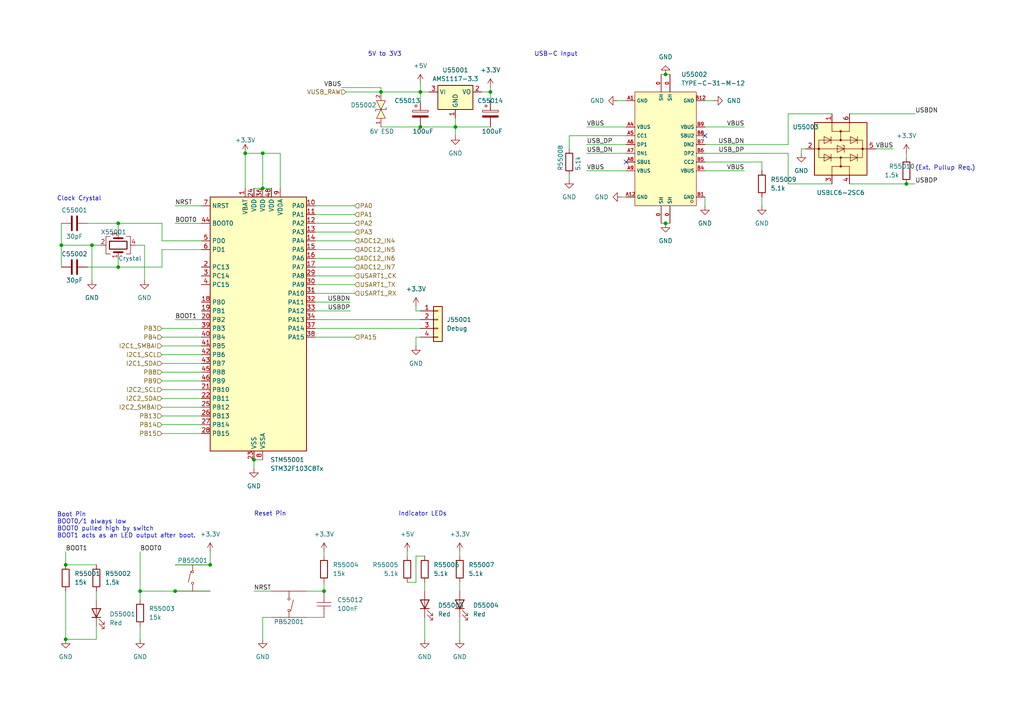
<source format=kicad_sch>
(kicad_sch (version 20230121) (generator eeschema)

  (uuid 2abb98aa-7ec1-4137-a089-add435038cb7)

  (paper "A4")

  (lib_symbols
    (symbol "CL05B104KO5NNNC_6" (pin_numbers hide) (pin_names hide) (in_bom yes) (on_board yes)
      (property "Reference" "C" (at 0 1.27 0)
        (effects (font (size 1.27 1.27)))
      )
      (property "Value" "100nF" (at 0 -2.54 0)
        (effects (font (size 1.27 1.27)))
      )
      (property "Footprint" "footprint:C0402" (at 0 -10.16 0)
        (effects (font (size 1.27 1.27) italic) hide)
      )
      (property "Datasheet" "https://item.szlcsc.com/15869.html" (at -2.286 0.127 0)
        (effects (font (size 1.27 1.27)) (justify left) hide)
      )
      (property "LCSC" "C1525" (at 0 0 0)
        (effects (font (size 1.27 1.27)) hide)
      )
      (property "ki_keywords" "C1525" (at 0 0 0)
        (effects (font (size 1.27 1.27)) hide)
      )
      (symbol "CL05B104KO5NNNC_6_0_1"
        (polyline
          (pts
            (xy -1.27 0)
            (xy -0.508 0)
          )
          (stroke (width 0) (type default))
          (fill (type none))
        )
        (polyline
          (pts
            (xy -0.508 2.032)
            (xy -0.508 -2.032)
          )
          (stroke (width 0) (type default))
          (fill (type none))
        )
        (polyline
          (pts
            (xy 0.508 0)
            (xy 1.27 0)
          )
          (stroke (width 0) (type default))
          (fill (type none))
        )
        (polyline
          (pts
            (xy 0.508 2.032)
            (xy 0.508 -2.032)
          )
          (stroke (width 0) (type default))
          (fill (type none))
        )
        (pin input line (at -3.81 0 0) (length 2.54)
          (name "1" (effects (font (size 1 1))))
          (number "1" (effects (font (size 1 1))))
        )
        (pin input line (at 3.81 0 180) (length 2.54)
          (name "2" (effects (font (size 1 1))))
          (number "2" (effects (font (size 1 1))))
        )
      )
    )
    (symbol "Connector_Generic:Conn_01x04" (pin_names (offset 1.016) hide) (in_bom yes) (on_board yes)
      (property "Reference" "J" (at 0 5.08 0)
        (effects (font (size 1.27 1.27)))
      )
      (property "Value" "Conn_01x04" (at 0 -7.62 0)
        (effects (font (size 1.27 1.27)))
      )
      (property "Footprint" "" (at 0 0 0)
        (effects (font (size 1.27 1.27)) hide)
      )
      (property "Datasheet" "~" (at 0 0 0)
        (effects (font (size 1.27 1.27)) hide)
      )
      (property "ki_keywords" "connector" (at 0 0 0)
        (effects (font (size 1.27 1.27)) hide)
      )
      (property "ki_description" "Generic connector, single row, 01x04, script generated (kicad-library-utils/schlib/autogen/connector/)" (at 0 0 0)
        (effects (font (size 1.27 1.27)) hide)
      )
      (property "ki_fp_filters" "Connector*:*_1x??_*" (at 0 0 0)
        (effects (font (size 1.27 1.27)) hide)
      )
      (symbol "Conn_01x04_1_1"
        (rectangle (start -1.27 -4.953) (end 0 -5.207)
          (stroke (width 0.1524) (type default))
          (fill (type none))
        )
        (rectangle (start -1.27 -2.413) (end 0 -2.667)
          (stroke (width 0.1524) (type default))
          (fill (type none))
        )
        (rectangle (start -1.27 0.127) (end 0 -0.127)
          (stroke (width 0.1524) (type default))
          (fill (type none))
        )
        (rectangle (start -1.27 2.667) (end 0 2.413)
          (stroke (width 0.1524) (type default))
          (fill (type none))
        )
        (rectangle (start -1.27 3.81) (end 1.27 -6.35)
          (stroke (width 0.254) (type default))
          (fill (type background))
        )
        (pin passive line (at -5.08 2.54 0) (length 3.81)
          (name "Pin_1" (effects (font (size 1.27 1.27))))
          (number "1" (effects (font (size 1.27 1.27))))
        )
        (pin passive line (at -5.08 0 0) (length 3.81)
          (name "Pin_2" (effects (font (size 1.27 1.27))))
          (number "2" (effects (font (size 1.27 1.27))))
        )
        (pin passive line (at -5.08 -2.54 0) (length 3.81)
          (name "Pin_3" (effects (font (size 1.27 1.27))))
          (number "3" (effects (font (size 1.27 1.27))))
        )
        (pin passive line (at -5.08 -5.08 0) (length 3.81)
          (name "Pin_4" (effects (font (size 1.27 1.27))))
          (number "4" (effects (font (size 1.27 1.27))))
        )
      )
    )
    (symbol "Device:C" (pin_numbers hide) (pin_names (offset 0.254)) (in_bom yes) (on_board yes)
      (property "Reference" "C" (at 0.635 2.54 0)
        (effects (font (size 1.27 1.27)) (justify left))
      )
      (property "Value" "C" (at 0.635 -2.54 0)
        (effects (font (size 1.27 1.27)) (justify left))
      )
      (property "Footprint" "" (at 0.9652 -3.81 0)
        (effects (font (size 1.27 1.27)) hide)
      )
      (property "Datasheet" "~" (at 0 0 0)
        (effects (font (size 1.27 1.27)) hide)
      )
      (property "ki_keywords" "cap capacitor" (at 0 0 0)
        (effects (font (size 1.27 1.27)) hide)
      )
      (property "ki_description" "Unpolarized capacitor" (at 0 0 0)
        (effects (font (size 1.27 1.27)) hide)
      )
      (property "ki_fp_filters" "C_*" (at 0 0 0)
        (effects (font (size 1.27 1.27)) hide)
      )
      (symbol "C_0_1"
        (polyline
          (pts
            (xy -2.032 -0.762)
            (xy 2.032 -0.762)
          )
          (stroke (width 0.508) (type default))
          (fill (type none))
        )
        (polyline
          (pts
            (xy -2.032 0.762)
            (xy 2.032 0.762)
          )
          (stroke (width 0.508) (type default))
          (fill (type none))
        )
      )
      (symbol "C_1_1"
        (pin passive line (at 0 3.81 270) (length 2.794)
          (name "~" (effects (font (size 1.27 1.27))))
          (number "1" (effects (font (size 1.27 1.27))))
        )
        (pin passive line (at 0 -3.81 90) (length 2.794)
          (name "~" (effects (font (size 1.27 1.27))))
          (number "2" (effects (font (size 1.27 1.27))))
        )
      )
    )
    (symbol "Device:C_Polarized" (pin_numbers hide) (pin_names (offset 0.254)) (in_bom yes) (on_board yes)
      (property "Reference" "C" (at 0.635 2.54 0)
        (effects (font (size 1.27 1.27)) (justify left))
      )
      (property "Value" "C_Polarized" (at 0.635 -2.54 0)
        (effects (font (size 1.27 1.27)) (justify left))
      )
      (property "Footprint" "" (at 0.9652 -3.81 0)
        (effects (font (size 1.27 1.27)) hide)
      )
      (property "Datasheet" "~" (at 0 0 0)
        (effects (font (size 1.27 1.27)) hide)
      )
      (property "ki_keywords" "cap capacitor" (at 0 0 0)
        (effects (font (size 1.27 1.27)) hide)
      )
      (property "ki_description" "Polarized capacitor" (at 0 0 0)
        (effects (font (size 1.27 1.27)) hide)
      )
      (property "ki_fp_filters" "CP_*" (at 0 0 0)
        (effects (font (size 1.27 1.27)) hide)
      )
      (symbol "C_Polarized_0_1"
        (rectangle (start -2.286 0.508) (end 2.286 1.016)
          (stroke (width 0) (type default))
          (fill (type none))
        )
        (polyline
          (pts
            (xy -1.778 2.286)
            (xy -0.762 2.286)
          )
          (stroke (width 0) (type default))
          (fill (type none))
        )
        (polyline
          (pts
            (xy -1.27 2.794)
            (xy -1.27 1.778)
          )
          (stroke (width 0) (type default))
          (fill (type none))
        )
        (rectangle (start 2.286 -0.508) (end -2.286 -1.016)
          (stroke (width 0) (type default))
          (fill (type outline))
        )
      )
      (symbol "C_Polarized_1_1"
        (pin passive line (at 0 3.81 270) (length 2.794)
          (name "~" (effects (font (size 1.27 1.27))))
          (number "1" (effects (font (size 1.27 1.27))))
        )
        (pin passive line (at 0 -3.81 90) (length 2.794)
          (name "~" (effects (font (size 1.27 1.27))))
          (number "2" (effects (font (size 1.27 1.27))))
        )
      )
    )
    (symbol "Device:Crystal_GND24" (pin_names (offset 1.016) hide) (in_bom yes) (on_board yes)
      (property "Reference" "Y" (at 3.175 5.08 0)
        (effects (font (size 1.27 1.27)) (justify left))
      )
      (property "Value" "Crystal_GND24" (at 3.175 3.175 0)
        (effects (font (size 1.27 1.27)) (justify left))
      )
      (property "Footprint" "" (at 0 0 0)
        (effects (font (size 1.27 1.27)) hide)
      )
      (property "Datasheet" "~" (at 0 0 0)
        (effects (font (size 1.27 1.27)) hide)
      )
      (property "ki_keywords" "quartz ceramic resonator oscillator" (at 0 0 0)
        (effects (font (size 1.27 1.27)) hide)
      )
      (property "ki_description" "Four pin crystal, GND on pins 2 and 4" (at 0 0 0)
        (effects (font (size 1.27 1.27)) hide)
      )
      (property "ki_fp_filters" "Crystal*" (at 0 0 0)
        (effects (font (size 1.27 1.27)) hide)
      )
      (symbol "Crystal_GND24_0_1"
        (rectangle (start -1.143 2.54) (end 1.143 -2.54)
          (stroke (width 0.3048) (type default))
          (fill (type none))
        )
        (polyline
          (pts
            (xy -2.54 0)
            (xy -2.032 0)
          )
          (stroke (width 0) (type default))
          (fill (type none))
        )
        (polyline
          (pts
            (xy -2.032 -1.27)
            (xy -2.032 1.27)
          )
          (stroke (width 0.508) (type default))
          (fill (type none))
        )
        (polyline
          (pts
            (xy 0 -3.81)
            (xy 0 -3.556)
          )
          (stroke (width 0) (type default))
          (fill (type none))
        )
        (polyline
          (pts
            (xy 0 3.556)
            (xy 0 3.81)
          )
          (stroke (width 0) (type default))
          (fill (type none))
        )
        (polyline
          (pts
            (xy 2.032 -1.27)
            (xy 2.032 1.27)
          )
          (stroke (width 0.508) (type default))
          (fill (type none))
        )
        (polyline
          (pts
            (xy 2.032 0)
            (xy 2.54 0)
          )
          (stroke (width 0) (type default))
          (fill (type none))
        )
        (polyline
          (pts
            (xy -2.54 -2.286)
            (xy -2.54 -3.556)
            (xy 2.54 -3.556)
            (xy 2.54 -2.286)
          )
          (stroke (width 0) (type default))
          (fill (type none))
        )
        (polyline
          (pts
            (xy -2.54 2.286)
            (xy -2.54 3.556)
            (xy 2.54 3.556)
            (xy 2.54 2.286)
          )
          (stroke (width 0) (type default))
          (fill (type none))
        )
      )
      (symbol "Crystal_GND24_1_1"
        (pin passive line (at -3.81 0 0) (length 1.27)
          (name "1" (effects (font (size 1.27 1.27))))
          (number "1" (effects (font (size 1.27 1.27))))
        )
        (pin passive line (at 0 5.08 270) (length 1.27)
          (name "2" (effects (font (size 1.27 1.27))))
          (number "2" (effects (font (size 1.27 1.27))))
        )
        (pin passive line (at 3.81 0 180) (length 1.27)
          (name "3" (effects (font (size 1.27 1.27))))
          (number "3" (effects (font (size 1.27 1.27))))
        )
        (pin passive line (at 0 -5.08 90) (length 1.27)
          (name "4" (effects (font (size 1.27 1.27))))
          (number "4" (effects (font (size 1.27 1.27))))
        )
      )
    )
    (symbol "Device:LED" (pin_numbers hide) (pin_names (offset 1.016) hide) (in_bom yes) (on_board yes)
      (property "Reference" "D" (at 0 2.54 0)
        (effects (font (size 1.27 1.27)))
      )
      (property "Value" "LED" (at 0 -2.54 0)
        (effects (font (size 1.27 1.27)))
      )
      (property "Footprint" "" (at 0 0 0)
        (effects (font (size 1.27 1.27)) hide)
      )
      (property "Datasheet" "~" (at 0 0 0)
        (effects (font (size 1.27 1.27)) hide)
      )
      (property "ki_keywords" "LED diode" (at 0 0 0)
        (effects (font (size 1.27 1.27)) hide)
      )
      (property "ki_description" "Light emitting diode" (at 0 0 0)
        (effects (font (size 1.27 1.27)) hide)
      )
      (property "ki_fp_filters" "LED* LED_SMD:* LED_THT:*" (at 0 0 0)
        (effects (font (size 1.27 1.27)) hide)
      )
      (symbol "LED_0_1"
        (polyline
          (pts
            (xy -1.27 -1.27)
            (xy -1.27 1.27)
          )
          (stroke (width 0.254) (type default))
          (fill (type none))
        )
        (polyline
          (pts
            (xy -1.27 0)
            (xy 1.27 0)
          )
          (stroke (width 0) (type default))
          (fill (type none))
        )
        (polyline
          (pts
            (xy 1.27 -1.27)
            (xy 1.27 1.27)
            (xy -1.27 0)
            (xy 1.27 -1.27)
          )
          (stroke (width 0.254) (type default))
          (fill (type none))
        )
        (polyline
          (pts
            (xy -3.048 -0.762)
            (xy -4.572 -2.286)
            (xy -3.81 -2.286)
            (xy -4.572 -2.286)
            (xy -4.572 -1.524)
          )
          (stroke (width 0) (type default))
          (fill (type none))
        )
        (polyline
          (pts
            (xy -1.778 -0.762)
            (xy -3.302 -2.286)
            (xy -2.54 -2.286)
            (xy -3.302 -2.286)
            (xy -3.302 -1.524)
          )
          (stroke (width 0) (type default))
          (fill (type none))
        )
      )
      (symbol "LED_1_1"
        (pin passive line (at -3.81 0 0) (length 2.54)
          (name "K" (effects (font (size 1.27 1.27))))
          (number "1" (effects (font (size 1.27 1.27))))
        )
        (pin passive line (at 3.81 0 180) (length 2.54)
          (name "A" (effects (font (size 1.27 1.27))))
          (number "2" (effects (font (size 1.27 1.27))))
        )
      )
    )
    (symbol "Device:R" (pin_numbers hide) (pin_names (offset 0) hide) (in_bom yes) (on_board yes)
      (property "Reference" "R" (at 2.032 0 90)
        (effects (font (size 1.27 1.27)))
      )
      (property "Value" "R" (at 0 0 90)
        (effects (font (size 1.27 1.27)))
      )
      (property "Footprint" "" (at -1.778 0 90)
        (effects (font (size 1.27 1.27)) hide)
      )
      (property "Datasheet" "~" (at 0 0 0)
        (effects (font (size 1.27 1.27)) hide)
      )
      (property "ki_keywords" "R res resistor" (at 0 0 0)
        (effects (font (size 1.27 1.27)) hide)
      )
      (property "ki_description" "Resistor" (at 0 0 0)
        (effects (font (size 1.27 1.27)) hide)
      )
      (property "ki_fp_filters" "R_*" (at 0 0 0)
        (effects (font (size 1.27 1.27)) hide)
      )
      (symbol "R_0_1"
        (rectangle (start -1.016 -2.54) (end 1.016 2.54)
          (stroke (width 0.254) (type default))
          (fill (type none))
        )
      )
      (symbol "R_1_1"
        (pin passive line (at 0 3.81 270) (length 1.27)
          (name "~" (effects (font (size 1.27 1.27))))
          (number "1" (effects (font (size 1.27 1.27))))
        )
        (pin passive line (at 0 -3.81 90) (length 1.27)
          (name "~" (effects (font (size 1.27 1.27))))
          (number "2" (effects (font (size 1.27 1.27))))
        )
      )
    )
    (symbol "JLCPCB:SMF6_0CA_C2990473" (pin_names hide) (in_bom yes) (on_board yes)
      (property "Reference" "D" (at 0 1.27 0)
        (effects (font (size 1.27 1.27)))
      )
      (property "Value" "SMF6_0CA_C2990473" (at 0 -2.54 0)
        (effects (font (size 1.27 1.27)))
      )
      (property "Footprint" "footprint:SOD-123FL_L2.8-W1.8-LS3.7-BI" (at 0 -10.16 0)
        (effects (font (size 1.27 1.27) italic) hide)
      )
      (property "Datasheet" "https://item.szlcsc.com/125068.html" (at -2.286 0.127 0)
        (effects (font (size 1.27 1.27)) (justify left) hide)
      )
      (property "LCSC" "C2990473" (at 0 0 0)
        (effects (font (size 1.27 1.27)) hide)
      )
      (property "ki_keywords" "C2990473" (at 0 0 0)
        (effects (font (size 1.27 1.27)) hide)
      )
      (symbol "SMF6_0CA_C2990473_0_1"
        (polyline
          (pts
            (xy -2.54 1.27)
            (xy 0 0)
            (xy -2.54 -1.27)
            (xy -2.54 1.27)
          )
          (stroke (width 0) (type default))
          (fill (type background))
        )
        (polyline
          (pts
            (xy 2.54 1.27)
            (xy 0 0)
            (xy 2.54 -1.27)
            (xy 2.54 1.27)
          )
          (stroke (width 0) (type default))
          (fill (type background))
        )
        (polyline
          (pts
            (xy -0.508 1.524)
            (xy -0.508 1.524)
            (xy 0 1.524)
            (xy 0 -1.524)
            (xy 0.508 -1.524)
            (xy 0.508 -1.524)
          )
          (stroke (width 0) (type default))
          (fill (type none))
        )
        (pin unspecified line (at -5.08 0 0) (length 2.54)
          (name "1" (effects (font (size 1 1))))
          (number "1" (effects (font (size 1 1))))
        )
        (pin unspecified line (at 5.08 0 180) (length 2.54)
          (name "2" (effects (font (size 1 1))))
          (number "2" (effects (font (size 1 1))))
        )
      )
    )
    (symbol "JLCPCB:TS-1187A-B-A-B" (pin_numbers hide) (pin_names hide) (in_bom yes) (on_board yes)
      (property "Reference" "U" (at 0 1.27 0)
        (effects (font (size 1.27 1.27)))
      )
      (property "Value" "TS-1187A-B-A-B" (at 0 -2.54 0)
        (effects (font (size 1.27 1.27)))
      )
      (property "Footprint" "footprint:SW-SMD_4P-L5.1-W5.1-P3.70-LS6.5-TL-2" (at 0 -10.16 0)
        (effects (font (size 1.27 1.27) italic) hide)
      )
      (property "Datasheet" "https://item.szlcsc.com/300285.html" (at -2.286 0.127 0)
        (effects (font (size 1.27 1.27)) (justify left) hide)
      )
      (property "LCSC" "C318884" (at 0 0 0)
        (effects (font (size 1.27 1.27)) hide)
      )
      (property "ki_keywords" "C318884" (at 0 0 0)
        (effects (font (size 1.27 1.27)) hide)
      )
      (symbol "TS-1187A-B-A-B_0_1"
        (circle (center 0 -2.794) (radius 0.3175)
          (stroke (width 0) (type default))
          (fill (type background))
        )
        (polyline
          (pts
            (xy -2.54 -5.08)
            (xy 2.54 -5.08)
          )
          (stroke (width 0) (type default))
          (fill (type none))
        )
        (polyline
          (pts
            (xy -2.54 2.54)
            (xy 2.54 2.54)
          )
          (stroke (width 0) (type default))
          (fill (type none))
        )
        (polyline
          (pts
            (xy -0.508 0.762)
            (xy -1.27 -2.54)
          )
          (stroke (width 0) (type default))
          (fill (type none))
        )
        (polyline
          (pts
            (xy 0 -3.302)
            (xy 0 -5.08)
          )
          (stroke (width 0) (type default))
          (fill (type none))
        )
        (polyline
          (pts
            (xy 0 0.762)
            (xy 0 2.54)
          )
          (stroke (width 0) (type default))
          (fill (type none))
        )
        (circle (center 0 0.508) (radius 0.3175)
          (stroke (width 0) (type default))
          (fill (type background))
        )
        (pin unspecified line (at -5.08 2.54 0) (length 2.54)
          (name "A" (effects (font (size 1 1))))
          (number "1" (effects (font (size 1 1))))
        )
        (pin unspecified line (at 5.08 2.54 180) (length 2.54)
          (name "B" (effects (font (size 1 1))))
          (number "2" (effects (font (size 1 1))))
        )
        (pin unspecified line (at -5.08 -5.08 0) (length 2.54)
          (name "C" (effects (font (size 1 1))))
          (number "3" (effects (font (size 1 1))))
        )
        (pin unspecified line (at 5.08 -5.08 180) (length 2.54)
          (name "D" (effects (font (size 1 1))))
          (number "4" (effects (font (size 1 1))))
        )
      )
    )
    (symbol "JLCPCB:TYPE-C-31-M-12" (in_bom yes) (on_board yes)
      (property "Reference" "U" (at 0 1.27 0)
        (effects (font (size 1.27 1.27)))
      )
      (property "Value" "TYPE-C-31-M-12" (at 0 -2.54 0)
        (effects (font (size 1.27 1.27)))
      )
      (property "Footprint" "footprint:USB-C_SMD-TYPE-C-31-M-12" (at 0 -10.16 0)
        (effects (font (size 1.27 1.27) italic) hide)
      )
      (property "Datasheet" "https://so.szlcsc.com/global.html?c=&k=C165948" (at -2.286 0.127 0)
        (effects (font (size 1.27 1.27)) (justify left) hide)
      )
      (property "LCSC" "C165948" (at 0 0 0)
        (effects (font (size 1.27 1.27)) hide)
      )
      (property "ki_keywords" "C165948" (at 0 0 0)
        (effects (font (size 1.27 1.27)) hide)
      )
      (symbol "TYPE-C-31-M-12_0_1"
        (rectangle (start -8.89 16.51) (end 8.89 -16.51)
          (stroke (width 0) (type default))
          (fill (type background))
        )
        (circle (center -7.62 15.24) (radius 0.381)
          (stroke (width 0) (type default))
          (fill (type background))
        )
        (pin unspecified line (at -1.27 -21.59 90) (length 5.08)
          (name "SH" (effects (font (size 1 1))))
          (number "0" (effects (font (size 1 1))))
        )
        (pin unspecified line (at -1.27 21.59 270) (length 5.08)
          (name "SH" (effects (font (size 1 1))))
          (number "0" (effects (font (size 1 1))))
        )
        (pin unspecified line (at 1.27 -21.59 90) (length 5.08)
          (name "SH" (effects (font (size 1 1))))
          (number "0" (effects (font (size 1 1))))
        )
        (pin unspecified line (at 1.27 21.59 270) (length 5.08)
          (name "SH" (effects (font (size 1 1))))
          (number "0" (effects (font (size 1 1))))
        )
        (pin unspecified line (at 11.43 -13.97 180) (length 2.54)
          (name "GND" (effects (font (size 1 1))))
          (number "A1" (effects (font (size 1 1))))
        )
        (pin unspecified line (at 11.43 13.97 180) (length 2.54)
          (name "GND" (effects (font (size 1 1))))
          (number "A12" (effects (font (size 1 1))))
        )
        (pin unspecified line (at 11.43 -6.35 180) (length 2.54)
          (name "VBUS" (effects (font (size 1 1))))
          (number "A4" (effects (font (size 1 1))))
        )
        (pin unspecified line (at 11.43 -3.81 180) (length 2.54)
          (name "CC1" (effects (font (size 1 1))))
          (number "A5" (effects (font (size 1 1))))
        )
        (pin unspecified line (at 11.43 -1.27 180) (length 2.54)
          (name "DP1" (effects (font (size 1 1))))
          (number "A6" (effects (font (size 1 1))))
        )
        (pin unspecified line (at 11.43 1.27 180) (length 2.54)
          (name "DN1" (effects (font (size 1 1))))
          (number "A7" (effects (font (size 1 1))))
        )
        (pin unspecified line (at 11.43 3.81 180) (length 2.54)
          (name "SBU1" (effects (font (size 1 1))))
          (number "A8" (effects (font (size 1 1))))
        )
        (pin unspecified line (at 11.43 6.35 180) (length 2.54)
          (name "VBUS" (effects (font (size 1 1))))
          (number "A9" (effects (font (size 1 1))))
        )
        (pin unspecified line (at -11.43 13.97 0) (length 2.54)
          (name "GND" (effects (font (size 1 1))))
          (number "B1" (effects (font (size 1 1))))
        )
        (pin unspecified line (at -11.43 -13.97 0) (length 2.54)
          (name "GND" (effects (font (size 1 1))))
          (number "B12" (effects (font (size 1 1))))
        )
        (pin unspecified line (at -11.43 6.35 0) (length 2.54)
          (name "VBUS" (effects (font (size 1 1))))
          (number "B4" (effects (font (size 1 1))))
        )
        (pin unspecified line (at -11.43 3.81 0) (length 2.54)
          (name "CC2" (effects (font (size 1 1))))
          (number "B5" (effects (font (size 1 1))))
        )
        (pin unspecified line (at -11.43 1.27 0) (length 2.54)
          (name "DP2" (effects (font (size 1 1))))
          (number "B6" (effects (font (size 1 1))))
        )
        (pin unspecified line (at -11.43 -1.27 0) (length 2.54)
          (name "DN2" (effects (font (size 1 1))))
          (number "B7" (effects (font (size 1 1))))
        )
        (pin unspecified line (at -11.43 -3.81 0) (length 2.54)
          (name "SBU2" (effects (font (size 1 1))))
          (number "B8" (effects (font (size 1 1))))
        )
        (pin unspecified line (at -11.43 -6.35 0) (length 2.54)
          (name "VBUS" (effects (font (size 1 1))))
          (number "B9" (effects (font (size 1 1))))
        )
      )
    )
    (symbol "MCU_ST_STM32F1:STM32F103C8Tx" (in_bom yes) (on_board yes)
      (property "Reference" "U" (at -12.7 39.37 0)
        (effects (font (size 1.27 1.27)) (justify left))
      )
      (property "Value" "STM32F103C8Tx" (at 10.16 39.37 0)
        (effects (font (size 1.27 1.27)) (justify left))
      )
      (property "Footprint" "Package_QFP:LQFP-48_7x7mm_P0.5mm" (at -12.7 -35.56 0)
        (effects (font (size 1.27 1.27)) (justify right) hide)
      )
      (property "Datasheet" "https://www.st.com/resource/en/datasheet/stm32f103c8.pdf" (at 0 0 0)
        (effects (font (size 1.27 1.27)) hide)
      )
      (property "ki_locked" "" (at 0 0 0)
        (effects (font (size 1.27 1.27)))
      )
      (property "ki_keywords" "Arm Cortex-M3 STM32F1 STM32F103" (at 0 0 0)
        (effects (font (size 1.27 1.27)) hide)
      )
      (property "ki_description" "STMicroelectronics Arm Cortex-M3 MCU, 64KB flash, 20KB RAM, 72 MHz, 2.0-3.6V, 37 GPIO, LQFP48" (at 0 0 0)
        (effects (font (size 1.27 1.27)) hide)
      )
      (property "ki_fp_filters" "LQFP*7x7mm*P0.5mm*" (at 0 0 0)
        (effects (font (size 1.27 1.27)) hide)
      )
      (symbol "STM32F103C8Tx_0_1"
        (rectangle (start -12.7 -35.56) (end 15.24 38.1)
          (stroke (width 0.254) (type default))
          (fill (type background))
        )
      )
      (symbol "STM32F103C8Tx_1_1"
        (pin power_in line (at -2.54 40.64 270) (length 2.54)
          (name "VBAT" (effects (font (size 1.27 1.27))))
          (number "1" (effects (font (size 1.27 1.27))))
        )
        (pin bidirectional line (at 17.78 35.56 180) (length 2.54)
          (name "PA0" (effects (font (size 1.27 1.27))))
          (number "10" (effects (font (size 1.27 1.27))))
          (alternate "ADC1_IN0" bidirectional line)
          (alternate "ADC2_IN0" bidirectional line)
          (alternate "SYS_WKUP" bidirectional line)
          (alternate "TIM2_CH1" bidirectional line)
          (alternate "TIM2_ETR" bidirectional line)
          (alternate "USART2_CTS" bidirectional line)
        )
        (pin bidirectional line (at 17.78 33.02 180) (length 2.54)
          (name "PA1" (effects (font (size 1.27 1.27))))
          (number "11" (effects (font (size 1.27 1.27))))
          (alternate "ADC1_IN1" bidirectional line)
          (alternate "ADC2_IN1" bidirectional line)
          (alternate "TIM2_CH2" bidirectional line)
          (alternate "USART2_RTS" bidirectional line)
        )
        (pin bidirectional line (at 17.78 30.48 180) (length 2.54)
          (name "PA2" (effects (font (size 1.27 1.27))))
          (number "12" (effects (font (size 1.27 1.27))))
          (alternate "ADC1_IN2" bidirectional line)
          (alternate "ADC2_IN2" bidirectional line)
          (alternate "TIM2_CH3" bidirectional line)
          (alternate "USART2_TX" bidirectional line)
        )
        (pin bidirectional line (at 17.78 27.94 180) (length 2.54)
          (name "PA3" (effects (font (size 1.27 1.27))))
          (number "13" (effects (font (size 1.27 1.27))))
          (alternate "ADC1_IN3" bidirectional line)
          (alternate "ADC2_IN3" bidirectional line)
          (alternate "TIM2_CH4" bidirectional line)
          (alternate "USART2_RX" bidirectional line)
        )
        (pin bidirectional line (at 17.78 25.4 180) (length 2.54)
          (name "PA4" (effects (font (size 1.27 1.27))))
          (number "14" (effects (font (size 1.27 1.27))))
          (alternate "ADC1_IN4" bidirectional line)
          (alternate "ADC2_IN4" bidirectional line)
          (alternate "SPI1_NSS" bidirectional line)
          (alternate "USART2_CK" bidirectional line)
        )
        (pin bidirectional line (at 17.78 22.86 180) (length 2.54)
          (name "PA5" (effects (font (size 1.27 1.27))))
          (number "15" (effects (font (size 1.27 1.27))))
          (alternate "ADC1_IN5" bidirectional line)
          (alternate "ADC2_IN5" bidirectional line)
          (alternate "SPI1_SCK" bidirectional line)
        )
        (pin bidirectional line (at 17.78 20.32 180) (length 2.54)
          (name "PA6" (effects (font (size 1.27 1.27))))
          (number "16" (effects (font (size 1.27 1.27))))
          (alternate "ADC1_IN6" bidirectional line)
          (alternate "ADC2_IN6" bidirectional line)
          (alternate "SPI1_MISO" bidirectional line)
          (alternate "TIM1_BKIN" bidirectional line)
          (alternate "TIM3_CH1" bidirectional line)
        )
        (pin bidirectional line (at 17.78 17.78 180) (length 2.54)
          (name "PA7" (effects (font (size 1.27 1.27))))
          (number "17" (effects (font (size 1.27 1.27))))
          (alternate "ADC1_IN7" bidirectional line)
          (alternate "ADC2_IN7" bidirectional line)
          (alternate "SPI1_MOSI" bidirectional line)
          (alternate "TIM1_CH1N" bidirectional line)
          (alternate "TIM3_CH2" bidirectional line)
        )
        (pin bidirectional line (at -15.24 7.62 0) (length 2.54)
          (name "PB0" (effects (font (size 1.27 1.27))))
          (number "18" (effects (font (size 1.27 1.27))))
          (alternate "ADC1_IN8" bidirectional line)
          (alternate "ADC2_IN8" bidirectional line)
          (alternate "TIM1_CH2N" bidirectional line)
          (alternate "TIM3_CH3" bidirectional line)
        )
        (pin bidirectional line (at -15.24 5.08 0) (length 2.54)
          (name "PB1" (effects (font (size 1.27 1.27))))
          (number "19" (effects (font (size 1.27 1.27))))
          (alternate "ADC1_IN9" bidirectional line)
          (alternate "ADC2_IN9" bidirectional line)
          (alternate "TIM1_CH3N" bidirectional line)
          (alternate "TIM3_CH4" bidirectional line)
        )
        (pin bidirectional line (at -15.24 17.78 0) (length 2.54)
          (name "PC13" (effects (font (size 1.27 1.27))))
          (number "2" (effects (font (size 1.27 1.27))))
          (alternate "RTC_OUT" bidirectional line)
          (alternate "RTC_TAMPER" bidirectional line)
        )
        (pin bidirectional line (at -15.24 2.54 0) (length 2.54)
          (name "PB2" (effects (font (size 1.27 1.27))))
          (number "20" (effects (font (size 1.27 1.27))))
        )
        (pin bidirectional line (at -15.24 -17.78 0) (length 2.54)
          (name "PB10" (effects (font (size 1.27 1.27))))
          (number "21" (effects (font (size 1.27 1.27))))
          (alternate "I2C2_SCL" bidirectional line)
          (alternate "TIM2_CH3" bidirectional line)
          (alternate "USART3_TX" bidirectional line)
        )
        (pin bidirectional line (at -15.24 -20.32 0) (length 2.54)
          (name "PB11" (effects (font (size 1.27 1.27))))
          (number "22" (effects (font (size 1.27 1.27))))
          (alternate "ADC1_EXTI11" bidirectional line)
          (alternate "ADC2_EXTI11" bidirectional line)
          (alternate "I2C2_SDA" bidirectional line)
          (alternate "TIM2_CH4" bidirectional line)
          (alternate "USART3_RX" bidirectional line)
        )
        (pin power_in line (at 0 -38.1 90) (length 2.54)
          (name "VSS" (effects (font (size 1.27 1.27))))
          (number "23" (effects (font (size 1.27 1.27))))
        )
        (pin power_in line (at 0 40.64 270) (length 2.54)
          (name "VDD" (effects (font (size 1.27 1.27))))
          (number "24" (effects (font (size 1.27 1.27))))
        )
        (pin bidirectional line (at -15.24 -22.86 0) (length 2.54)
          (name "PB12" (effects (font (size 1.27 1.27))))
          (number "25" (effects (font (size 1.27 1.27))))
          (alternate "I2C2_SMBA" bidirectional line)
          (alternate "SPI2_NSS" bidirectional line)
          (alternate "TIM1_BKIN" bidirectional line)
          (alternate "USART3_CK" bidirectional line)
        )
        (pin bidirectional line (at -15.24 -25.4 0) (length 2.54)
          (name "PB13" (effects (font (size 1.27 1.27))))
          (number "26" (effects (font (size 1.27 1.27))))
          (alternate "SPI2_SCK" bidirectional line)
          (alternate "TIM1_CH1N" bidirectional line)
          (alternate "USART3_CTS" bidirectional line)
        )
        (pin bidirectional line (at -15.24 -27.94 0) (length 2.54)
          (name "PB14" (effects (font (size 1.27 1.27))))
          (number "27" (effects (font (size 1.27 1.27))))
          (alternate "SPI2_MISO" bidirectional line)
          (alternate "TIM1_CH2N" bidirectional line)
          (alternate "USART3_RTS" bidirectional line)
        )
        (pin bidirectional line (at -15.24 -30.48 0) (length 2.54)
          (name "PB15" (effects (font (size 1.27 1.27))))
          (number "28" (effects (font (size 1.27 1.27))))
          (alternate "ADC1_EXTI15" bidirectional line)
          (alternate "ADC2_EXTI15" bidirectional line)
          (alternate "SPI2_MOSI" bidirectional line)
          (alternate "TIM1_CH3N" bidirectional line)
        )
        (pin bidirectional line (at 17.78 15.24 180) (length 2.54)
          (name "PA8" (effects (font (size 1.27 1.27))))
          (number "29" (effects (font (size 1.27 1.27))))
          (alternate "RCC_MCO" bidirectional line)
          (alternate "TIM1_CH1" bidirectional line)
          (alternate "USART1_CK" bidirectional line)
        )
        (pin bidirectional line (at -15.24 15.24 0) (length 2.54)
          (name "PC14" (effects (font (size 1.27 1.27))))
          (number "3" (effects (font (size 1.27 1.27))))
          (alternate "RCC_OSC32_IN" bidirectional line)
        )
        (pin bidirectional line (at 17.78 12.7 180) (length 2.54)
          (name "PA9" (effects (font (size 1.27 1.27))))
          (number "30" (effects (font (size 1.27 1.27))))
          (alternate "TIM1_CH2" bidirectional line)
          (alternate "USART1_TX" bidirectional line)
        )
        (pin bidirectional line (at 17.78 10.16 180) (length 2.54)
          (name "PA10" (effects (font (size 1.27 1.27))))
          (number "31" (effects (font (size 1.27 1.27))))
          (alternate "TIM1_CH3" bidirectional line)
          (alternate "USART1_RX" bidirectional line)
        )
        (pin bidirectional line (at 17.78 7.62 180) (length 2.54)
          (name "PA11" (effects (font (size 1.27 1.27))))
          (number "32" (effects (font (size 1.27 1.27))))
          (alternate "ADC1_EXTI11" bidirectional line)
          (alternate "ADC2_EXTI11" bidirectional line)
          (alternate "CAN_RX" bidirectional line)
          (alternate "TIM1_CH4" bidirectional line)
          (alternate "USART1_CTS" bidirectional line)
          (alternate "USB_DM" bidirectional line)
        )
        (pin bidirectional line (at 17.78 5.08 180) (length 2.54)
          (name "PA12" (effects (font (size 1.27 1.27))))
          (number "33" (effects (font (size 1.27 1.27))))
          (alternate "CAN_TX" bidirectional line)
          (alternate "TIM1_ETR" bidirectional line)
          (alternate "USART1_RTS" bidirectional line)
          (alternate "USB_DP" bidirectional line)
        )
        (pin bidirectional line (at 17.78 2.54 180) (length 2.54)
          (name "PA13" (effects (font (size 1.27 1.27))))
          (number "34" (effects (font (size 1.27 1.27))))
          (alternate "SYS_JTMS-SWDIO" bidirectional line)
        )
        (pin passive line (at 0 -38.1 90) (length 2.54) hide
          (name "VSS" (effects (font (size 1.27 1.27))))
          (number "35" (effects (font (size 1.27 1.27))))
        )
        (pin power_in line (at 2.54 40.64 270) (length 2.54)
          (name "VDD" (effects (font (size 1.27 1.27))))
          (number "36" (effects (font (size 1.27 1.27))))
        )
        (pin bidirectional line (at 17.78 0 180) (length 2.54)
          (name "PA14" (effects (font (size 1.27 1.27))))
          (number "37" (effects (font (size 1.27 1.27))))
          (alternate "SYS_JTCK-SWCLK" bidirectional line)
        )
        (pin bidirectional line (at 17.78 -2.54 180) (length 2.54)
          (name "PA15" (effects (font (size 1.27 1.27))))
          (number "38" (effects (font (size 1.27 1.27))))
          (alternate "ADC1_EXTI15" bidirectional line)
          (alternate "ADC2_EXTI15" bidirectional line)
          (alternate "SPI1_NSS" bidirectional line)
          (alternate "SYS_JTDI" bidirectional line)
          (alternate "TIM2_CH1" bidirectional line)
          (alternate "TIM2_ETR" bidirectional line)
        )
        (pin bidirectional line (at -15.24 0 0) (length 2.54)
          (name "PB3" (effects (font (size 1.27 1.27))))
          (number "39" (effects (font (size 1.27 1.27))))
          (alternate "SPI1_SCK" bidirectional line)
          (alternate "SYS_JTDO-TRACESWO" bidirectional line)
          (alternate "TIM2_CH2" bidirectional line)
        )
        (pin bidirectional line (at -15.24 12.7 0) (length 2.54)
          (name "PC15" (effects (font (size 1.27 1.27))))
          (number "4" (effects (font (size 1.27 1.27))))
          (alternate "ADC1_EXTI15" bidirectional line)
          (alternate "ADC2_EXTI15" bidirectional line)
          (alternate "RCC_OSC32_OUT" bidirectional line)
        )
        (pin bidirectional line (at -15.24 -2.54 0) (length 2.54)
          (name "PB4" (effects (font (size 1.27 1.27))))
          (number "40" (effects (font (size 1.27 1.27))))
          (alternate "SPI1_MISO" bidirectional line)
          (alternate "SYS_NJTRST" bidirectional line)
          (alternate "TIM3_CH1" bidirectional line)
        )
        (pin bidirectional line (at -15.24 -5.08 0) (length 2.54)
          (name "PB5" (effects (font (size 1.27 1.27))))
          (number "41" (effects (font (size 1.27 1.27))))
          (alternate "I2C1_SMBA" bidirectional line)
          (alternate "SPI1_MOSI" bidirectional line)
          (alternate "TIM3_CH2" bidirectional line)
        )
        (pin bidirectional line (at -15.24 -7.62 0) (length 2.54)
          (name "PB6" (effects (font (size 1.27 1.27))))
          (number "42" (effects (font (size 1.27 1.27))))
          (alternate "I2C1_SCL" bidirectional line)
          (alternate "TIM4_CH1" bidirectional line)
          (alternate "USART1_TX" bidirectional line)
        )
        (pin bidirectional line (at -15.24 -10.16 0) (length 2.54)
          (name "PB7" (effects (font (size 1.27 1.27))))
          (number "43" (effects (font (size 1.27 1.27))))
          (alternate "I2C1_SDA" bidirectional line)
          (alternate "TIM4_CH2" bidirectional line)
          (alternate "USART1_RX" bidirectional line)
        )
        (pin input line (at -15.24 30.48 0) (length 2.54)
          (name "BOOT0" (effects (font (size 1.27 1.27))))
          (number "44" (effects (font (size 1.27 1.27))))
        )
        (pin bidirectional line (at -15.24 -12.7 0) (length 2.54)
          (name "PB8" (effects (font (size 1.27 1.27))))
          (number "45" (effects (font (size 1.27 1.27))))
          (alternate "CAN_RX" bidirectional line)
          (alternate "I2C1_SCL" bidirectional line)
          (alternate "TIM4_CH3" bidirectional line)
        )
        (pin bidirectional line (at -15.24 -15.24 0) (length 2.54)
          (name "PB9" (effects (font (size 1.27 1.27))))
          (number "46" (effects (font (size 1.27 1.27))))
          (alternate "CAN_TX" bidirectional line)
          (alternate "I2C1_SDA" bidirectional line)
          (alternate "TIM4_CH4" bidirectional line)
        )
        (pin passive line (at 0 -38.1 90) (length 2.54) hide
          (name "VSS" (effects (font (size 1.27 1.27))))
          (number "47" (effects (font (size 1.27 1.27))))
        )
        (pin power_in line (at 5.08 40.64 270) (length 2.54)
          (name "VDD" (effects (font (size 1.27 1.27))))
          (number "48" (effects (font (size 1.27 1.27))))
        )
        (pin bidirectional line (at -15.24 25.4 0) (length 2.54)
          (name "PD0" (effects (font (size 1.27 1.27))))
          (number "5" (effects (font (size 1.27 1.27))))
          (alternate "RCC_OSC_IN" bidirectional line)
        )
        (pin bidirectional line (at -15.24 22.86 0) (length 2.54)
          (name "PD1" (effects (font (size 1.27 1.27))))
          (number "6" (effects (font (size 1.27 1.27))))
          (alternate "RCC_OSC_OUT" bidirectional line)
        )
        (pin input line (at -15.24 35.56 0) (length 2.54)
          (name "NRST" (effects (font (size 1.27 1.27))))
          (number "7" (effects (font (size 1.27 1.27))))
        )
        (pin power_in line (at 2.54 -38.1 90) (length 2.54)
          (name "VSSA" (effects (font (size 1.27 1.27))))
          (number "8" (effects (font (size 1.27 1.27))))
        )
        (pin power_in line (at 7.62 40.64 270) (length 2.54)
          (name "VDDA" (effects (font (size 1.27 1.27))))
          (number "9" (effects (font (size 1.27 1.27))))
        )
      )
    )
    (symbol "Power_Protection:USBLC6-2SC6" (pin_names hide) (in_bom yes) (on_board yes)
      (property "Reference" "U" (at 2.54 8.89 0)
        (effects (font (size 1.27 1.27)) (justify left))
      )
      (property "Value" "USBLC6-2SC6" (at 2.54 -8.89 0)
        (effects (font (size 1.27 1.27)) (justify left))
      )
      (property "Footprint" "Package_TO_SOT_SMD:SOT-23-6" (at 0 -12.7 0)
        (effects (font (size 1.27 1.27)) hide)
      )
      (property "Datasheet" "https://www.st.com/resource/en/datasheet/usblc6-2.pdf" (at 5.08 8.89 0)
        (effects (font (size 1.27 1.27)) hide)
      )
      (property "ki_keywords" "usb ethernet video" (at 0 0 0)
        (effects (font (size 1.27 1.27)) hide)
      )
      (property "ki_description" "Very low capacitance ESD protection diode, 2 data-line, SOT-23-6" (at 0 0 0)
        (effects (font (size 1.27 1.27)) hide)
      )
      (property "ki_fp_filters" "SOT?23*" (at 0 0 0)
        (effects (font (size 1.27 1.27)) hide)
      )
      (symbol "USBLC6-2SC6_0_1"
        (rectangle (start -7.62 -7.62) (end 7.62 7.62)
          (stroke (width 0.254) (type default))
          (fill (type background))
        )
        (circle (center -5.08 0) (radius 0.254)
          (stroke (width 0) (type default))
          (fill (type outline))
        )
        (circle (center -2.54 0) (radius 0.254)
          (stroke (width 0) (type default))
          (fill (type outline))
        )
        (rectangle (start -2.54 6.35) (end 2.54 -6.35)
          (stroke (width 0) (type default))
          (fill (type none))
        )
        (circle (center 0 -6.35) (radius 0.254)
          (stroke (width 0) (type default))
          (fill (type outline))
        )
        (polyline
          (pts
            (xy -5.08 -2.54)
            (xy -7.62 -2.54)
          )
          (stroke (width 0) (type default))
          (fill (type none))
        )
        (polyline
          (pts
            (xy -5.08 0)
            (xy -5.08 -2.54)
          )
          (stroke (width 0) (type default))
          (fill (type none))
        )
        (polyline
          (pts
            (xy -5.08 2.54)
            (xy -7.62 2.54)
          )
          (stroke (width 0) (type default))
          (fill (type none))
        )
        (polyline
          (pts
            (xy -1.524 -2.794)
            (xy -3.556 -2.794)
          )
          (stroke (width 0) (type default))
          (fill (type none))
        )
        (polyline
          (pts
            (xy -1.524 4.826)
            (xy -3.556 4.826)
          )
          (stroke (width 0) (type default))
          (fill (type none))
        )
        (polyline
          (pts
            (xy 0 -7.62)
            (xy 0 -6.35)
          )
          (stroke (width 0) (type default))
          (fill (type none))
        )
        (polyline
          (pts
            (xy 0 -6.35)
            (xy 0 1.27)
          )
          (stroke (width 0) (type default))
          (fill (type none))
        )
        (polyline
          (pts
            (xy 0 1.27)
            (xy 0 6.35)
          )
          (stroke (width 0) (type default))
          (fill (type none))
        )
        (polyline
          (pts
            (xy 0 6.35)
            (xy 0 7.62)
          )
          (stroke (width 0) (type default))
          (fill (type none))
        )
        (polyline
          (pts
            (xy 1.524 -2.794)
            (xy 3.556 -2.794)
          )
          (stroke (width 0) (type default))
          (fill (type none))
        )
        (polyline
          (pts
            (xy 1.524 4.826)
            (xy 3.556 4.826)
          )
          (stroke (width 0) (type default))
          (fill (type none))
        )
        (polyline
          (pts
            (xy 5.08 -2.54)
            (xy 7.62 -2.54)
          )
          (stroke (width 0) (type default))
          (fill (type none))
        )
        (polyline
          (pts
            (xy 5.08 0)
            (xy 5.08 -2.54)
          )
          (stroke (width 0) (type default))
          (fill (type none))
        )
        (polyline
          (pts
            (xy 5.08 2.54)
            (xy 7.62 2.54)
          )
          (stroke (width 0) (type default))
          (fill (type none))
        )
        (polyline
          (pts
            (xy -2.54 0)
            (xy -5.08 0)
            (xy -5.08 2.54)
          )
          (stroke (width 0) (type default))
          (fill (type none))
        )
        (polyline
          (pts
            (xy 2.54 0)
            (xy 5.08 0)
            (xy 5.08 2.54)
          )
          (stroke (width 0) (type default))
          (fill (type none))
        )
        (polyline
          (pts
            (xy -3.556 -4.826)
            (xy -1.524 -4.826)
            (xy -2.54 -2.794)
            (xy -3.556 -4.826)
          )
          (stroke (width 0) (type default))
          (fill (type none))
        )
        (polyline
          (pts
            (xy -3.556 2.794)
            (xy -1.524 2.794)
            (xy -2.54 4.826)
            (xy -3.556 2.794)
          )
          (stroke (width 0) (type default))
          (fill (type none))
        )
        (polyline
          (pts
            (xy -1.016 -1.016)
            (xy 1.016 -1.016)
            (xy 0 1.016)
            (xy -1.016 -1.016)
          )
          (stroke (width 0) (type default))
          (fill (type none))
        )
        (polyline
          (pts
            (xy 1.016 1.016)
            (xy 0.762 1.016)
            (xy -1.016 1.016)
            (xy -1.016 0.508)
          )
          (stroke (width 0) (type default))
          (fill (type none))
        )
        (polyline
          (pts
            (xy 3.556 -4.826)
            (xy 1.524 -4.826)
            (xy 2.54 -2.794)
            (xy 3.556 -4.826)
          )
          (stroke (width 0) (type default))
          (fill (type none))
        )
        (polyline
          (pts
            (xy 3.556 2.794)
            (xy 1.524 2.794)
            (xy 2.54 4.826)
            (xy 3.556 2.794)
          )
          (stroke (width 0) (type default))
          (fill (type none))
        )
        (circle (center 0 6.35) (radius 0.254)
          (stroke (width 0) (type default))
          (fill (type outline))
        )
        (circle (center 2.54 0) (radius 0.254)
          (stroke (width 0) (type default))
          (fill (type outline))
        )
        (circle (center 5.08 0) (radius 0.254)
          (stroke (width 0) (type default))
          (fill (type outline))
        )
      )
      (symbol "USBLC6-2SC6_1_1"
        (pin passive line (at -10.16 -2.54 0) (length 2.54)
          (name "I/O1" (effects (font (size 1.27 1.27))))
          (number "1" (effects (font (size 1.27 1.27))))
        )
        (pin passive line (at 0 -10.16 90) (length 2.54)
          (name "GND" (effects (font (size 1.27 1.27))))
          (number "2" (effects (font (size 1.27 1.27))))
        )
        (pin passive line (at 10.16 -2.54 180) (length 2.54)
          (name "I/O2" (effects (font (size 1.27 1.27))))
          (number "3" (effects (font (size 1.27 1.27))))
        )
        (pin passive line (at 10.16 2.54 180) (length 2.54)
          (name "I/O2" (effects (font (size 1.27 1.27))))
          (number "4" (effects (font (size 1.27 1.27))))
        )
        (pin passive line (at 0 10.16 270) (length 2.54)
          (name "VBUS" (effects (font (size 1.27 1.27))))
          (number "5" (effects (font (size 1.27 1.27))))
        )
        (pin passive line (at -10.16 2.54 0) (length 2.54)
          (name "I/O1" (effects (font (size 1.27 1.27))))
          (number "6" (effects (font (size 1.27 1.27))))
        )
      )
    )
    (symbol "R_1" (pin_numbers hide) (pin_names (offset 0)) (in_bom yes) (on_board yes)
      (property "Reference" "R" (at 2.032 0 90)
        (effects (font (size 1.27 1.27)))
      )
      (property "Value" "R" (at 0 0 90)
        (effects (font (size 1.27 1.27)))
      )
      (property "Footprint" "" (at -1.778 0 90)
        (effects (font (size 1.27 1.27)) hide)
      )
      (property "Datasheet" "~" (at 0 0 0)
        (effects (font (size 1.27 1.27)) hide)
      )
      (property "ki_keywords" "R res resistor" (at 0 0 0)
        (effects (font (size 1.27 1.27)) hide)
      )
      (property "ki_description" "Resistor" (at 0 0 0)
        (effects (font (size 1.27 1.27)) hide)
      )
      (property "ki_fp_filters" "R_*" (at 0 0 0)
        (effects (font (size 1.27 1.27)) hide)
      )
      (symbol "R_1_0_1"
        (rectangle (start -1.016 -2.54) (end 1.016 2.54)
          (stroke (width 0.254) (type default))
          (fill (type none))
        )
      )
      (symbol "R_1_1_1"
        (pin passive line (at 0 3.81 270) (length 1.27)
          (name "~" (effects (font (size 1.27 1.27))))
          (number "1" (effects (font (size 1.27 1.27))))
        )
        (pin passive line (at 0 -3.81 90) (length 1.27)
          (name "~" (effects (font (size 1.27 1.27))))
          (number "2" (effects (font (size 1.27 1.27))))
        )
      )
    )
    (symbol "Regulator_Linear:AMS1117-3.3" (in_bom yes) (on_board yes)
      (property "Reference" "U" (at -3.81 3.175 0)
        (effects (font (size 1.27 1.27)))
      )
      (property "Value" "AMS1117-3.3" (at 0 3.175 0)
        (effects (font (size 1.27 1.27)) (justify left))
      )
      (property "Footprint" "Package_TO_SOT_SMD:SOT-223-3_TabPin2" (at 0 5.08 0)
        (effects (font (size 1.27 1.27)) hide)
      )
      (property "Datasheet" "http://www.advanced-monolithic.com/pdf/ds1117.pdf" (at 2.54 -6.35 0)
        (effects (font (size 1.27 1.27)) hide)
      )
      (property "ki_keywords" "linear regulator ldo fixed positive" (at 0 0 0)
        (effects (font (size 1.27 1.27)) hide)
      )
      (property "ki_description" "1A Low Dropout regulator, positive, 3.3V fixed output, SOT-223" (at 0 0 0)
        (effects (font (size 1.27 1.27)) hide)
      )
      (property "ki_fp_filters" "SOT?223*TabPin2*" (at 0 0 0)
        (effects (font (size 1.27 1.27)) hide)
      )
      (symbol "AMS1117-3.3_0_1"
        (rectangle (start -5.08 -5.08) (end 5.08 1.905)
          (stroke (width 0.254) (type default))
          (fill (type background))
        )
      )
      (symbol "AMS1117-3.3_1_1"
        (pin power_in line (at 0 -7.62 90) (length 2.54)
          (name "GND" (effects (font (size 1.27 1.27))))
          (number "1" (effects (font (size 1.27 1.27))))
        )
        (pin power_out line (at 7.62 0 180) (length 2.54)
          (name "VO" (effects (font (size 1.27 1.27))))
          (number "2" (effects (font (size 1.27 1.27))))
        )
        (pin power_in line (at -7.62 0 0) (length 2.54)
          (name "VI" (effects (font (size 1.27 1.27))))
          (number "3" (effects (font (size 1.27 1.27))))
        )
      )
    )
    (symbol "power:+3.3V" (power) (pin_names (offset 0)) (in_bom yes) (on_board yes)
      (property "Reference" "#PWR" (at 0 -3.81 0)
        (effects (font (size 1.27 1.27)) hide)
      )
      (property "Value" "+3.3V" (at 0 3.556 0)
        (effects (font (size 1.27 1.27)))
      )
      (property "Footprint" "" (at 0 0 0)
        (effects (font (size 1.27 1.27)) hide)
      )
      (property "Datasheet" "" (at 0 0 0)
        (effects (font (size 1.27 1.27)) hide)
      )
      (property "ki_keywords" "global power" (at 0 0 0)
        (effects (font (size 1.27 1.27)) hide)
      )
      (property "ki_description" "Power symbol creates a global label with name \"+3.3V\"" (at 0 0 0)
        (effects (font (size 1.27 1.27)) hide)
      )
      (symbol "+3.3V_0_1"
        (polyline
          (pts
            (xy -0.762 1.27)
            (xy 0 2.54)
          )
          (stroke (width 0) (type default))
          (fill (type none))
        )
        (polyline
          (pts
            (xy 0 0)
            (xy 0 2.54)
          )
          (stroke (width 0) (type default))
          (fill (type none))
        )
        (polyline
          (pts
            (xy 0 2.54)
            (xy 0.762 1.27)
          )
          (stroke (width 0) (type default))
          (fill (type none))
        )
      )
      (symbol "+3.3V_1_1"
        (pin power_in line (at 0 0 90) (length 0) hide
          (name "+3.3V" (effects (font (size 1.27 1.27))))
          (number "1" (effects (font (size 1.27 1.27))))
        )
      )
    )
    (symbol "power:+5V" (power) (pin_names (offset 0)) (in_bom yes) (on_board yes)
      (property "Reference" "#PWR" (at 0 -3.81 0)
        (effects (font (size 1.27 1.27)) hide)
      )
      (property "Value" "+5V" (at 0 3.556 0)
        (effects (font (size 1.27 1.27)))
      )
      (property "Footprint" "" (at 0 0 0)
        (effects (font (size 1.27 1.27)) hide)
      )
      (property "Datasheet" "" (at 0 0 0)
        (effects (font (size 1.27 1.27)) hide)
      )
      (property "ki_keywords" "global power" (at 0 0 0)
        (effects (font (size 1.27 1.27)) hide)
      )
      (property "ki_description" "Power symbol creates a global label with name \"+5V\"" (at 0 0 0)
        (effects (font (size 1.27 1.27)) hide)
      )
      (symbol "+5V_0_1"
        (polyline
          (pts
            (xy -0.762 1.27)
            (xy 0 2.54)
          )
          (stroke (width 0) (type default))
          (fill (type none))
        )
        (polyline
          (pts
            (xy 0 0)
            (xy 0 2.54)
          )
          (stroke (width 0) (type default))
          (fill (type none))
        )
        (polyline
          (pts
            (xy 0 2.54)
            (xy 0.762 1.27)
          )
          (stroke (width 0) (type default))
          (fill (type none))
        )
      )
      (symbol "+5V_1_1"
        (pin power_in line (at 0 0 90) (length 0) hide
          (name "+5V" (effects (font (size 1.27 1.27))))
          (number "1" (effects (font (size 1.27 1.27))))
        )
      )
    )
    (symbol "power:GND" (power) (pin_names (offset 0)) (in_bom yes) (on_board yes)
      (property "Reference" "#PWR" (at 0 -6.35 0)
        (effects (font (size 1.27 1.27)) hide)
      )
      (property "Value" "GND" (at 0 -3.81 0)
        (effects (font (size 1.27 1.27)))
      )
      (property "Footprint" "" (at 0 0 0)
        (effects (font (size 1.27 1.27)) hide)
      )
      (property "Datasheet" "" (at 0 0 0)
        (effects (font (size 1.27 1.27)) hide)
      )
      (property "ki_keywords" "global power" (at 0 0 0)
        (effects (font (size 1.27 1.27)) hide)
      )
      (property "ki_description" "Power symbol creates a global label with name \"GND\" , ground" (at 0 0 0)
        (effects (font (size 1.27 1.27)) hide)
      )
      (symbol "GND_0_1"
        (polyline
          (pts
            (xy 0 0)
            (xy 0 -1.27)
            (xy 1.27 -1.27)
            (xy 0 -2.54)
            (xy -1.27 -1.27)
            (xy 0 -1.27)
          )
          (stroke (width 0) (type default))
          (fill (type none))
        )
      )
      (symbol "GND_1_1"
        (pin power_in line (at 0 0 270) (length 0) hide
          (name "GND" (effects (font (size 1.27 1.27))))
          (number "1" (effects (font (size 1.27 1.27))))
        )
      )
    )
  )

  (junction (at 142.24 26.67) (diameter 0) (color 0 0 0 0)
    (uuid 1b00dbdd-70bb-4b67-9af5-f345d9fa8ed2)
  )
  (junction (at 40.64 171.45) (diameter 0) (color 0 0 0 0)
    (uuid 1c29d5a8-b04c-49e1-8f7d-f1740d2f5d42)
  )
  (junction (at 93.98 171.45) (diameter 0) (color 0 0 0 0)
    (uuid 1d43616b-715b-4279-a2e8-129d7b535770)
  )
  (junction (at 121.92 26.67) (diameter 0) (color 0 0 0 0)
    (uuid 2d5f0cb8-a138-41b3-a808-9ace13216682)
  )
  (junction (at 26.67 71.12) (diameter 0) (color 0 0 0 0)
    (uuid 381df910-0ac9-4793-9195-c47e7c9542c8)
  )
  (junction (at 34.29 64.77) (diameter 0) (color 0 0 0 0)
    (uuid 465a2fca-9bf6-4819-ae80-a743c1e0e387)
  )
  (junction (at 19.05 163.83) (diameter 0) (color 0 0 0 0)
    (uuid 48e2ead8-a797-48ea-8116-c34d166369c1)
  )
  (junction (at 17.78 71.12) (diameter 0) (color 0 0 0 0)
    (uuid 4d8f3c32-4f85-4099-9e1b-146c4df2d24a)
  )
  (junction (at 71.12 44.45) (diameter 0) (color 0 0 0 0)
    (uuid 5709e1f5-b28b-4ee8-b4a5-0950de9335cb)
  )
  (junction (at 262.89 53.34) (diameter 0) (color 0 0 0 0)
    (uuid 58e0c4cf-4da3-47b6-935b-4e647516935e)
  )
  (junction (at 132.08 36.83) (diameter 0) (color 0 0 0 0)
    (uuid 72d666ee-44fa-4aae-b9df-4e90570a5541)
  )
  (junction (at 76.2 54.61) (diameter 0) (color 0 0 0 0)
    (uuid 9cffd158-844c-49bd-b1ae-55568620b626)
  )
  (junction (at 50.8 171.45) (diameter 0) (color 0 0 0 0)
    (uuid a4084665-748e-4dcc-854c-3e6d4de8a9b1)
  )
  (junction (at 34.29 77.47) (diameter 0) (color 0 0 0 0)
    (uuid a4fe1d8f-c8e4-45b3-b611-fd7fa8e37e7f)
  )
  (junction (at 60.96 163.83) (diameter 0) (color 0 0 0 0)
    (uuid a535e6bd-d7a7-458d-923e-545cb37ea689)
  )
  (junction (at 193.04 64.77) (diameter 0) (color 0 0 0 0)
    (uuid bdf23e05-65b8-43ea-9387-cf43773002c4)
  )
  (junction (at 73.66 133.35) (diameter 0) (color 0 0 0 0)
    (uuid caf8af5d-f57f-404e-8856-7588079f8f06)
  )
  (junction (at 121.92 36.83) (diameter 0) (color 0 0 0 0)
    (uuid d051cecf-223a-4a14-bd67-287457e2be13)
  )
  (junction (at 110.49 26.67) (diameter 0) (color 0 0 0 0)
    (uuid ec1e821c-8fd3-488a-978d-81426fb3e7d2)
  )
  (junction (at 19.05 185.42) (diameter 0) (color 0 0 0 0)
    (uuid f7babb09-d41b-4d16-8c0e-e63876fda539)
  )
  (junction (at 193.04 21.59) (diameter 0) (color 0 0 0 0)
    (uuid fc44cb14-804e-40d9-abb4-ba9736abe28f)
  )
  (junction (at 76.2 44.45) (diameter 0) (color 0 0 0 0)
    (uuid ff8ef21b-6749-4d74-bbbf-cc2dacae78d7)
  )

  (no_connect (at 204.47 39.37) (uuid 25857b65-d4f3-430b-98c9-a3cda975bd4f))
  (no_connect (at 181.61 46.99) (uuid 3096a174-d397-440b-b003-82abcec2df3f))

  (wire (pts (xy 120.65 90.17) (xy 121.92 90.17))
    (stroke (width 0) (type default))
    (uuid 016c91c1-7836-4907-8c0d-24a73d25f2e2)
  )
  (wire (pts (xy 91.44 95.25) (xy 121.92 95.25))
    (stroke (width 0) (type default))
    (uuid 018c59c6-439c-41fe-bc81-003ef5cd26f2)
  )
  (wire (pts (xy 58.42 72.39) (xy 46.99 72.39))
    (stroke (width 0) (type default))
    (uuid 01a08074-2c88-4b41-8dd2-5ab0a54de77f)
  )
  (wire (pts (xy 73.66 171.45) (xy 78.74 171.45))
    (stroke (width 0) (type default))
    (uuid 0249d76f-e979-4070-b30f-f6c693edcde0)
  )
  (wire (pts (xy 121.92 24.13) (xy 121.92 26.67))
    (stroke (width 0) (type default))
    (uuid 08481f63-ecf3-4020-bf6f-bc9368b42e86)
  )
  (wire (pts (xy 46.99 77.47) (xy 34.29 77.47))
    (stroke (width 0) (type default))
    (uuid 09832e8a-4b25-4fbe-94f2-3443afaac448)
  )
  (wire (pts (xy 228.6 33.02) (xy 241.3 33.02))
    (stroke (width 0) (type default))
    (uuid 0d23b49f-55f5-404c-a01d-470cc59c10b4)
  )
  (wire (pts (xy 165.1 52.07) (xy 165.1 50.8))
    (stroke (width 0) (type default))
    (uuid 0ec375ee-fc7e-49b0-8655-9304811f7960)
  )
  (wire (pts (xy 17.78 71.12) (xy 17.78 77.47))
    (stroke (width 0) (type default))
    (uuid 0f3751c4-ff06-4b0f-8b78-d29fbf7b879e)
  )
  (wire (pts (xy 120.65 168.91) (xy 120.65 161.29))
    (stroke (width 0) (type default))
    (uuid 0f52cd6e-9429-4b2d-b296-6e29cddefb4e)
  )
  (wire (pts (xy 91.44 80.01) (xy 102.87 80.01))
    (stroke (width 0) (type default))
    (uuid 11fb36f3-b1e1-4034-99f9-4c97772699ed)
  )
  (wire (pts (xy 132.08 34.29) (xy 132.08 36.83))
    (stroke (width 0) (type default))
    (uuid 12791f3a-d6e7-4c0e-b5f0-3141bca95e7a)
  )
  (wire (pts (xy 193.04 64.77) (xy 194.31 64.77))
    (stroke (width 0) (type default))
    (uuid 14275245-f1cc-4837-afbb-ef353b3b6e88)
  )
  (wire (pts (xy 91.44 87.63) (xy 101.6 87.63))
    (stroke (width 0) (type default))
    (uuid 18ea4167-f242-4977-9883-ba54a3cf2968)
  )
  (wire (pts (xy 81.28 44.45) (xy 81.28 54.61))
    (stroke (width 0) (type default))
    (uuid 1a3513fc-5b06-4e9f-946d-d3f8b3087474)
  )
  (wire (pts (xy 91.44 85.09) (xy 102.87 85.09))
    (stroke (width 0) (type default))
    (uuid 1b3ead7e-042e-4249-8344-4abbff963a6b)
  )
  (wire (pts (xy 46.99 118.11) (xy 58.42 118.11))
    (stroke (width 0) (type default))
    (uuid 1e288cb5-570e-45f9-9327-ed13d54e6ec4)
  )
  (wire (pts (xy 19.05 160.02) (xy 19.05 163.83))
    (stroke (width 0) (type default))
    (uuid 1f1e3697-4be9-484e-a61e-7e041ef73332)
  )
  (wire (pts (xy 91.44 64.77) (xy 102.87 64.77))
    (stroke (width 0) (type default))
    (uuid 2304029a-3f44-46a2-a508-d008ae11d6bf)
  )
  (wire (pts (xy 46.99 105.41) (xy 58.42 105.41))
    (stroke (width 0) (type default))
    (uuid 23a92f71-277e-429c-8f2d-0909e8e84f8e)
  )
  (wire (pts (xy 204.47 29.21) (xy 207.01 29.21))
    (stroke (width 0) (type default))
    (uuid 24ae6db2-3fbd-4d02-b7df-d167381005a7)
  )
  (wire (pts (xy 204.47 44.45) (xy 228.6 44.45))
    (stroke (width 0) (type default))
    (uuid 24bf93a0-eff4-43c8-9d47-4470725de6c7)
  )
  (wire (pts (xy 34.29 64.77) (xy 46.99 64.77))
    (stroke (width 0) (type default))
    (uuid 2609e752-45b8-4f06-ba0a-046b78f3164f)
  )
  (wire (pts (xy 254 43.18) (xy 259.08 43.18))
    (stroke (width 0) (type default))
    (uuid 28895a28-0b4b-433d-8d86-191f99fe9e25)
  )
  (wire (pts (xy 46.99 125.73) (xy 58.42 125.73))
    (stroke (width 0) (type default))
    (uuid 2b347b0f-318e-4afa-99ff-b2c3769cf4ff)
  )
  (wire (pts (xy 91.44 72.39) (xy 102.87 72.39))
    (stroke (width 0) (type default))
    (uuid 2b938157-da6b-4b92-867a-b378fc93b317)
  )
  (wire (pts (xy 246.38 33.02) (xy 265.43 33.02))
    (stroke (width 0) (type default))
    (uuid 317e9fb0-a414-4e3c-889d-dcbeaffcbfd1)
  )
  (wire (pts (xy 46.99 64.77) (xy 46.99 69.85))
    (stroke (width 0) (type default))
    (uuid 34fe82a4-7421-468b-9920-17b13d26ae34)
  )
  (wire (pts (xy 25.4 64.77) (xy 34.29 64.77))
    (stroke (width 0) (type default))
    (uuid 38d53d0e-57df-4b0c-8af0-1ec7a79e456a)
  )
  (wire (pts (xy 165.1 39.37) (xy 181.61 39.37))
    (stroke (width 0) (type default))
    (uuid 39b90de5-5298-4f96-b51a-1e2ecaf335cb)
  )
  (wire (pts (xy 179.07 29.21) (xy 181.61 29.21))
    (stroke (width 0) (type default))
    (uuid 3a058e65-fd02-4a38-9616-32da68f02199)
  )
  (wire (pts (xy 46.99 97.79) (xy 58.42 97.79))
    (stroke (width 0) (type default))
    (uuid 3a91eb1e-ee02-4554-afd6-821d5be2b462)
  )
  (wire (pts (xy 76.2 54.61) (xy 78.74 54.61))
    (stroke (width 0) (type default))
    (uuid 3b20c8f6-44b5-4566-8ac5-5fbb94bc84ea)
  )
  (wire (pts (xy 124.46 26.67) (xy 121.92 26.67))
    (stroke (width 0) (type default))
    (uuid 3e4ba37e-b888-44f8-86d2-a8333740007b)
  )
  (wire (pts (xy 133.35 168.91) (xy 133.35 171.45))
    (stroke (width 0) (type default))
    (uuid 3e935e97-244a-41e0-9699-2acc8a9471d3)
  )
  (wire (pts (xy 19.05 171.45) (xy 19.05 185.42))
    (stroke (width 0) (type default))
    (uuid 4082e15d-c330-4e25-977a-ee6ce4d153ff)
  )
  (wire (pts (xy 110.49 25.4) (xy 110.49 26.67))
    (stroke (width 0) (type default))
    (uuid 42b93cc5-cf27-4155-b926-458d6725af3f)
  )
  (wire (pts (xy 228.6 41.91) (xy 228.6 33.02))
    (stroke (width 0) (type default))
    (uuid 42ccb379-a62d-45db-b16c-e9b60134910e)
  )
  (wire (pts (xy 132.08 39.37) (xy 132.08 36.83))
    (stroke (width 0) (type default))
    (uuid 448aab4f-ddd6-4d4a-8ed5-1ceccf5df217)
  )
  (wire (pts (xy 220.98 57.15) (xy 220.98 59.69))
    (stroke (width 0) (type default))
    (uuid 46e3fab3-4168-4079-8773-61ed146ea640)
  )
  (wire (pts (xy 46.99 100.33) (xy 58.42 100.33))
    (stroke (width 0) (type default))
    (uuid 47b3107e-2519-4d39-8f73-11a6b78bdcdd)
  )
  (wire (pts (xy 246.38 53.34) (xy 262.89 53.34))
    (stroke (width 0) (type default))
    (uuid 482730bd-2868-422b-b25a-1258b0598702)
  )
  (wire (pts (xy 191.77 64.77) (xy 193.04 64.77))
    (stroke (width 0) (type default))
    (uuid 482fe314-ce33-4b14-8582-b776c6dfcf4d)
  )
  (wire (pts (xy 193.04 21.59) (xy 194.31 21.59))
    (stroke (width 0) (type default))
    (uuid 4aaa61f4-176f-4c64-97b7-e0cdd95fc4b3)
  )
  (wire (pts (xy 110.49 26.67) (xy 121.92 26.67))
    (stroke (width 0) (type default))
    (uuid 4c5b0369-e13d-46fa-b681-d194caab0fb0)
  )
  (wire (pts (xy 73.66 54.61) (xy 76.2 54.61))
    (stroke (width 0) (type default))
    (uuid 4d838c5e-87a8-4071-b5c5-b327a0d15325)
  )
  (wire (pts (xy 232.41 43.18) (xy 233.68 43.18))
    (stroke (width 0) (type default))
    (uuid 5094a348-3e0d-4899-943e-1a50cf12e344)
  )
  (wire (pts (xy 91.44 92.71) (xy 121.92 92.71))
    (stroke (width 0) (type default))
    (uuid 51907246-f1e7-4d4a-8b05-c7dee767a61a)
  )
  (wire (pts (xy 50.8 64.77) (xy 58.42 64.77))
    (stroke (width 0) (type default))
    (uuid 53f083ea-3992-462d-b2ba-bdae65fdaeb0)
  )
  (wire (pts (xy 73.66 133.35) (xy 76.2 133.35))
    (stroke (width 0) (type default))
    (uuid 54367aa6-8f00-4a43-9f4f-2a546d3aa5a5)
  )
  (wire (pts (xy 46.99 110.49) (xy 58.42 110.49))
    (stroke (width 0) (type default))
    (uuid 552f2a11-f712-4c72-bfc7-cd15a12f29a6)
  )
  (wire (pts (xy 25.4 77.47) (xy 34.29 77.47))
    (stroke (width 0) (type default))
    (uuid 561dd7df-5d66-4af0-b094-8110869da287)
  )
  (wire (pts (xy 91.44 90.17) (xy 101.6 90.17))
    (stroke (width 0) (type default))
    (uuid 5ba63256-2c63-458a-938b-9b476db7b896)
  )
  (wire (pts (xy 50.8 92.71) (xy 58.42 92.71))
    (stroke (width 0) (type default))
    (uuid 5c630e81-b0e2-4665-aaec-75aa34b0fcee)
  )
  (wire (pts (xy 204.47 36.83) (xy 215.9 36.83))
    (stroke (width 0) (type default))
    (uuid 5d694f50-8c60-457d-89f3-9f4134c88aed)
  )
  (wire (pts (xy 73.66 133.35) (xy 73.66 135.89))
    (stroke (width 0) (type default))
    (uuid 5da4225d-e62c-495c-a83f-d3c8cbd233af)
  )
  (wire (pts (xy 46.99 113.03) (xy 58.42 113.03))
    (stroke (width 0) (type default))
    (uuid 5e4dfd8b-4de6-45b7-b38b-619393c98832)
  )
  (wire (pts (xy 40.64 181.61) (xy 40.64 185.42))
    (stroke (width 0) (type default))
    (uuid 5edb4cab-5e58-4d1a-a711-bc5e466adcc4)
  )
  (wire (pts (xy 139.7 26.67) (xy 142.24 26.67))
    (stroke (width 0) (type default))
    (uuid 625ebb95-2b84-48cf-9f5f-85be88cb5eeb)
  )
  (wire (pts (xy 170.18 36.83) (xy 181.61 36.83))
    (stroke (width 0) (type default))
    (uuid 64ba4a53-d2af-4391-a834-9868445d106f)
  )
  (wire (pts (xy 26.67 71.12) (xy 26.67 81.28))
    (stroke (width 0) (type default))
    (uuid 670101bf-7047-49e9-bc8f-6df67a6e9a16)
  )
  (wire (pts (xy 41.91 71.12) (xy 39.37 71.12))
    (stroke (width 0) (type default))
    (uuid 67060bf3-25cd-4090-babc-e629fcade5ee)
  )
  (wire (pts (xy 132.08 36.83) (xy 142.24 36.83))
    (stroke (width 0) (type default))
    (uuid 6d1eaf06-792a-437e-9095-c78deaa31528)
  )
  (wire (pts (xy 46.99 72.39) (xy 46.99 77.47))
    (stroke (width 0) (type default))
    (uuid 6e1482e3-2330-46ad-bba5-22ea40c9665c)
  )
  (wire (pts (xy 191.77 21.59) (xy 193.04 21.59))
    (stroke (width 0) (type default))
    (uuid 73b147fa-7d1e-40f8-b0eb-fc77ab7b80b0)
  )
  (wire (pts (xy 93.98 160.02) (xy 93.98 161.29))
    (stroke (width 0) (type default))
    (uuid 740dcbdb-63a4-431d-aabb-02c2752cb683)
  )
  (wire (pts (xy 46.99 69.85) (xy 58.42 69.85))
    (stroke (width 0) (type default))
    (uuid 75a04756-6b9c-4f0a-9f5c-0d0fd343ffd7)
  )
  (wire (pts (xy 170.18 41.91) (xy 181.61 41.91))
    (stroke (width 0) (type default))
    (uuid 75c2a892-103f-4533-829d-e6527af3259f)
  )
  (wire (pts (xy 123.19 168.91) (xy 123.19 171.45))
    (stroke (width 0) (type default))
    (uuid 7b0bc34f-401e-4676-9d72-16e6d96e2ed0)
  )
  (wire (pts (xy 40.64 171.45) (xy 40.64 173.99))
    (stroke (width 0) (type default))
    (uuid 7e5ce763-1c51-4f1c-bd1a-b570d7b19841)
  )
  (wire (pts (xy 165.1 43.18) (xy 165.1 39.37))
    (stroke (width 0) (type default))
    (uuid 7fd1f669-d6cf-4bc0-b76b-c043f328009e)
  )
  (wire (pts (xy 26.67 71.12) (xy 29.21 71.12))
    (stroke (width 0) (type default))
    (uuid 81a75ba7-792e-4691-bd80-06e7057c00cd)
  )
  (wire (pts (xy 204.47 41.91) (xy 228.6 41.91))
    (stroke (width 0) (type default))
    (uuid 81ddae05-83d8-4456-87d9-89401a8792d0)
  )
  (wire (pts (xy 100.33 26.67) (xy 110.49 26.67))
    (stroke (width 0) (type default))
    (uuid 824daf17-7b00-49a6-922b-1b1790c35824)
  )
  (wire (pts (xy 46.99 95.25) (xy 58.42 95.25))
    (stroke (width 0) (type default))
    (uuid 857b7e67-9963-4d6f-af1b-e1baf0499124)
  )
  (wire (pts (xy 71.12 44.45) (xy 71.12 54.61))
    (stroke (width 0) (type default))
    (uuid 85a9b8c6-94d9-413f-9dc2-915c8af730ea)
  )
  (wire (pts (xy 46.99 123.19) (xy 58.42 123.19))
    (stroke (width 0) (type default))
    (uuid 86f60120-590e-4bd2-a9da-552a05b7bc8b)
  )
  (wire (pts (xy 120.65 88.9) (xy 120.65 90.17))
    (stroke (width 0) (type default))
    (uuid 8a13c4fb-e84b-461e-bd53-b5963ba9d2d1)
  )
  (wire (pts (xy 121.92 26.67) (xy 121.92 29.21))
    (stroke (width 0) (type default))
    (uuid 8a1fbe5e-4f6b-435e-a149-02572bf22fc7)
  )
  (wire (pts (xy 19.05 163.83) (xy 27.94 163.83))
    (stroke (width 0) (type default))
    (uuid 8b49626f-7580-4ac1-8b11-eb4dfab87147)
  )
  (wire (pts (xy 120.65 97.79) (xy 121.92 97.79))
    (stroke (width 0) (type default))
    (uuid 8bbec4a6-ae4c-4ef7-b5f5-918533749ac9)
  )
  (wire (pts (xy 120.65 100.33) (xy 120.65 97.79))
    (stroke (width 0) (type default))
    (uuid 8c87767b-9f12-4e6e-b1a6-2b261650f895)
  )
  (wire (pts (xy 19.05 185.42) (xy 27.94 185.42))
    (stroke (width 0) (type default))
    (uuid 8cd2606b-4349-42c1-b455-7f3ae3194405)
  )
  (wire (pts (xy 228.6 53.34) (xy 241.3 53.34))
    (stroke (width 0) (type default))
    (uuid 92272cad-1f31-4850-8782-55284476b8eb)
  )
  (wire (pts (xy 121.92 36.83) (xy 132.08 36.83))
    (stroke (width 0) (type default))
    (uuid 9251bc32-5ab2-4ca6-a53b-deb3b6e90d21)
  )
  (wire (pts (xy 91.44 67.31) (xy 102.87 67.31))
    (stroke (width 0) (type default))
    (uuid 96bffc45-0db3-4eb9-966a-fa4b7d135273)
  )
  (wire (pts (xy 76.2 179.07) (xy 78.74 179.07))
    (stroke (width 0) (type default))
    (uuid 9dcb564d-e540-4321-99be-6040aca901fa)
  )
  (wire (pts (xy 17.78 64.77) (xy 17.78 71.12))
    (stroke (width 0) (type default))
    (uuid 9e340605-b9ee-4ae2-bc0b-37c3bc9bdc2a)
  )
  (wire (pts (xy 142.24 25.4) (xy 142.24 26.67))
    (stroke (width 0) (type default))
    (uuid 9f5808a1-5f97-483d-bc51-a2fd5cd82520)
  )
  (wire (pts (xy 50.8 163.83) (xy 60.96 163.83))
    (stroke (width 0) (type default))
    (uuid 9f753eb3-d886-418d-a80b-65f98283103c)
  )
  (wire (pts (xy 50.8 59.69) (xy 58.42 59.69))
    (stroke (width 0) (type default))
    (uuid a4baa1b7-8a12-49c5-9209-905b4c141d3c)
  )
  (wire (pts (xy 220.98 46.99) (xy 204.47 46.99))
    (stroke (width 0) (type default))
    (uuid a7520a79-545a-41b6-9415-50bfebe82782)
  )
  (wire (pts (xy 220.98 49.53) (xy 220.98 46.99))
    (stroke (width 0) (type default))
    (uuid a784330d-0618-41a8-84ed-79a92f53c060)
  )
  (wire (pts (xy 46.99 107.95) (xy 58.42 107.95))
    (stroke (width 0) (type default))
    (uuid a8b55ea0-cc32-4a37-9730-0bd089208ed7)
  )
  (wire (pts (xy 26.67 71.12) (xy 17.78 71.12))
    (stroke (width 0) (type default))
    (uuid aa285d65-1c13-4e2f-801b-946768215045)
  )
  (wire (pts (xy 88.9 171.45) (xy 93.98 171.45))
    (stroke (width 0) (type default))
    (uuid b2652c06-6f02-4a64-8748-0c662a276f05)
  )
  (wire (pts (xy 99.06 25.4) (xy 110.49 25.4))
    (stroke (width 0) (type default))
    (uuid b45a798c-4058-47ed-957e-bc29fc10e044)
  )
  (wire (pts (xy 110.49 36.83) (xy 121.92 36.83))
    (stroke (width 0) (type default))
    (uuid b5867dd1-5c37-4d26-aef3-7cc1c0572a8f)
  )
  (wire (pts (xy 170.18 44.45) (xy 181.61 44.45))
    (stroke (width 0) (type default))
    (uuid ba935f10-ca36-4e07-b70a-831eb0e9e24a)
  )
  (wire (pts (xy 228.6 44.45) (xy 228.6 53.34))
    (stroke (width 0) (type default))
    (uuid bb049ab3-4f07-497c-b123-1f7740b8c6aa)
  )
  (wire (pts (xy 34.29 77.47) (xy 34.29 74.93))
    (stroke (width 0) (type default))
    (uuid c097c6ff-ff27-418a-b6e7-2897d34faba1)
  )
  (wire (pts (xy 76.2 179.07) (xy 76.2 185.42))
    (stroke (width 0) (type default))
    (uuid c13ee607-b8c1-4c77-a552-207f95713ed4)
  )
  (wire (pts (xy 41.91 81.28) (xy 41.91 71.12))
    (stroke (width 0) (type default))
    (uuid c6c50254-9e11-4b40-ae03-715bf375939e)
  )
  (wire (pts (xy 93.98 168.91) (xy 93.98 171.45))
    (stroke (width 0) (type default))
    (uuid c8041a7a-1f0f-4bab-a1ae-97fb96a943b0)
  )
  (wire (pts (xy 262.89 44.45) (xy 262.89 45.72))
    (stroke (width 0) (type default))
    (uuid cb2916a7-f239-4713-9248-97d0507616cf)
  )
  (wire (pts (xy 40.64 160.02) (xy 40.64 171.45))
    (stroke (width 0) (type default))
    (uuid cbb00e0a-166b-4d9c-b967-b738c209b5da)
  )
  (wire (pts (xy 204.47 59.69) (xy 204.47 57.15))
    (stroke (width 0) (type default))
    (uuid cc1b109a-cbab-4a7f-be58-5ee6a951a850)
  )
  (wire (pts (xy 91.44 97.79) (xy 102.87 97.79))
    (stroke (width 0) (type default))
    (uuid cc5ac414-71fe-4b3b-a01d-0731929cf506)
  )
  (wire (pts (xy 142.24 26.67) (xy 142.24 29.21))
    (stroke (width 0) (type default))
    (uuid cf1ab5f6-40a1-46d6-a889-e3e75d575e11)
  )
  (wire (pts (xy 88.9 179.07) (xy 93.98 179.07))
    (stroke (width 0) (type default))
    (uuid d1764ae2-abc9-43ef-a0bb-30ad488b12c2)
  )
  (wire (pts (xy 27.94 171.45) (xy 27.94 173.99))
    (stroke (width 0) (type default))
    (uuid d268c0f4-e774-45fb-bb7e-3938c7cd241a)
  )
  (wire (pts (xy 27.94 181.61) (xy 27.94 185.42))
    (stroke (width 0) (type default))
    (uuid d4d87006-d658-474b-985a-7f9708a51fb2)
  )
  (wire (pts (xy 120.65 161.29) (xy 123.19 161.29))
    (stroke (width 0) (type default))
    (uuid d63a6c5d-af26-4ea9-b93b-cb02cc8561c3)
  )
  (wire (pts (xy 60.96 160.02) (xy 60.96 163.83))
    (stroke (width 0) (type default))
    (uuid da29348d-7422-4dc8-a47e-52908ecf01e0)
  )
  (wire (pts (xy 91.44 77.47) (xy 102.87 77.47))
    (stroke (width 0) (type default))
    (uuid da79eef4-f5cc-4eaa-b172-858987315325)
  )
  (wire (pts (xy 91.44 82.55) (xy 102.87 82.55))
    (stroke (width 0) (type default))
    (uuid dac7eb07-3326-4003-be13-8690b044778c)
  )
  (wire (pts (xy 118.11 160.02) (xy 118.11 161.29))
    (stroke (width 0) (type default))
    (uuid db6708f8-215f-4927-94e9-12cac4dae285)
  )
  (wire (pts (xy 34.29 64.77) (xy 34.29 67.31))
    (stroke (width 0) (type default))
    (uuid dc2f3f8b-f12d-4580-85de-fb73e889f526)
  )
  (wire (pts (xy 118.11 168.91) (xy 120.65 168.91))
    (stroke (width 0) (type default))
    (uuid dc679e0a-6bc4-4521-9853-f634675e997a)
  )
  (wire (pts (xy 232.41 44.45) (xy 232.41 43.18))
    (stroke (width 0) (type default))
    (uuid dde8c313-a4b2-4ab8-906f-632e70eb5ebe)
  )
  (wire (pts (xy 71.12 44.45) (xy 76.2 44.45))
    (stroke (width 0) (type default))
    (uuid e0f62d0b-1656-4778-bccb-0d5428dfd8ae)
  )
  (wire (pts (xy 46.99 115.57) (xy 58.42 115.57))
    (stroke (width 0) (type default))
    (uuid e0fe971f-d607-49d5-8189-7b2c0b8148cf)
  )
  (wire (pts (xy 76.2 44.45) (xy 76.2 54.61))
    (stroke (width 0) (type default))
    (uuid e23619c8-bc67-4406-b456-681853be892d)
  )
  (wire (pts (xy 215.9 49.53) (xy 204.47 49.53))
    (stroke (width 0) (type default))
    (uuid e371bc5d-d528-4ff3-aa8a-b40f6418df8e)
  )
  (wire (pts (xy 91.44 59.69) (xy 102.87 59.69))
    (stroke (width 0) (type default))
    (uuid e5c6c5df-d17a-4b11-a3ac-711670aec6ff)
  )
  (wire (pts (xy 40.64 171.45) (xy 50.8 171.45))
    (stroke (width 0) (type default))
    (uuid e5d87190-bc62-47ac-96c9-a3abd6919301)
  )
  (wire (pts (xy 170.18 49.53) (xy 181.61 49.53))
    (stroke (width 0) (type default))
    (uuid eb6d863f-d9f4-41b2-8d41-96c3537ce5af)
  )
  (wire (pts (xy 91.44 62.23) (xy 102.87 62.23))
    (stroke (width 0) (type default))
    (uuid eba15f6a-bbf6-4df4-be12-e8b9819df152)
  )
  (wire (pts (xy 180.34 57.15) (xy 181.61 57.15))
    (stroke (width 0) (type default))
    (uuid ed0ecc33-9c96-4629-b601-b8c27df57d83)
  )
  (wire (pts (xy 91.44 74.93) (xy 102.87 74.93))
    (stroke (width 0) (type default))
    (uuid edace4fc-e6c6-45c4-b214-08c2cdff7b02)
  )
  (wire (pts (xy 58.42 102.87) (xy 46.99 102.87))
    (stroke (width 0) (type default))
    (uuid f6706a57-ff7d-4cd3-b43c-ac4c8a5614df)
  )
  (wire (pts (xy 123.19 179.07) (xy 123.19 185.42))
    (stroke (width 0) (type default))
    (uuid f8ea6f1b-3c4a-4a8a-a900-5d3632363fba)
  )
  (wire (pts (xy 262.89 53.34) (xy 265.43 53.34))
    (stroke (width 0) (type default))
    (uuid f9b80085-92f3-4039-b043-d2c0cbb2c1b9)
  )
  (wire (pts (xy 46.99 120.65) (xy 58.42 120.65))
    (stroke (width 0) (type default))
    (uuid fa850daa-0063-4bfc-841d-9aeaf2056a74)
  )
  (wire (pts (xy 133.35 160.02) (xy 133.35 161.29))
    (stroke (width 0) (type default))
    (uuid fb15b2b6-c881-482e-9fe8-63c945ae9778)
  )
  (wire (pts (xy 91.44 69.85) (xy 102.87 69.85))
    (stroke (width 0) (type default))
    (uuid fc40280d-5f18-49c8-b4bc-376bb47cfd59)
  )
  (wire (pts (xy 133.35 179.07) (xy 133.35 185.42))
    (stroke (width 0) (type default))
    (uuid fd32eba5-8171-4f98-b091-f1b86cc4dd71)
  )
  (wire (pts (xy 76.2 44.45) (xy 81.28 44.45))
    (stroke (width 0) (type default))
    (uuid ff23d09a-62af-40de-870e-7214f8675fbe)
  )
  (wire (pts (xy 50.8 171.45) (xy 60.96 171.45))
    (stroke (width 0) (type default))
    (uuid ff844e7a-deb8-4f7c-96d5-01f8291a1a18)
  )

  (text "Boot Pin\nBOOT0/1 always low\nBOOT0 pulled high by switch\nBOOT1 acts as an LED output after boot."
    (at 16.51 156.21 0)
    (effects (font (size 1.27 1.27)) (justify left bottom))
    (uuid 23fff5e8-4908-4727-ad42-5a30ce1d8f42)
  )
  (text "Reset Pin" (at 73.66 149.86 0)
    (effects (font (size 1.27 1.27)) (justify left bottom))
    (uuid 4be81327-e578-4f49-81f6-2169b1c259db)
  )
  (text "5V to 3V3" (at 106.68 16.51 0)
    (effects (font (size 1.27 1.27)) (justify left bottom))
    (uuid 53c4bc60-2ab5-4dcc-ba0b-eabe489cbfaa)
  )
  (text "Indicator LEDs" (at 115.57 149.86 0)
    (effects (font (size 1.27 1.27)) (justify left bottom))
    (uuid 66fdf741-723b-4c6c-8306-fec1fc977b45)
  )
  (text "USB-C Input" (at 154.94 16.51 0)
    (effects (font (size 1.27 1.27)) (justify left bottom))
    (uuid 9bbea65e-11b2-4bb0-bc79-b273197976f9)
  )
  (text "(Ext. Pullup Req.)" (at 265.43 49.53 0)
    (effects (font (size 1.27 1.27)) (justify left bottom))
    (uuid e6db0ec6-c678-4c16-9297-3cf280426b3e)
  )
  (text "Clock Crystal" (at 16.51 58.42 0)
    (effects (font (size 1.27 1.27)) (justify left bottom))
    (uuid ff76bc2f-f650-4e39-8405-ea3c783fac7e)
  )

  (label "USBDN" (at 101.6 87.63 180) (fields_autoplaced)
    (effects (font (size 1.27 1.27)) (justify right bottom))
    (uuid 1e987ae7-4d03-4849-a50c-97845eb17508)
  )
  (label "USB_DP" (at 170.18 41.91 0) (fields_autoplaced)
    (effects (font (size 1.27 1.27)) (justify left bottom))
    (uuid 3a6d5c8f-8ffd-4fa3-846b-64db7193dbee)
  )
  (label "USBDP" (at 101.6 90.17 180) (fields_autoplaced)
    (effects (font (size 1.27 1.27)) (justify right bottom))
    (uuid 4a5abe29-1f41-4b08-af07-b268d9ad890b)
  )
  (label "NRST" (at 73.66 171.45 0) (fields_autoplaced)
    (effects (font (size 1.27 1.27)) (justify left bottom))
    (uuid 5312ff0e-10f4-4a92-b82b-5b9403c80e7f)
  )
  (label "USB_DP" (at 215.9 44.45 180) (fields_autoplaced)
    (effects (font (size 1.27 1.27)) (justify right bottom))
    (uuid 64e651a8-b03a-41af-b414-8c492486d875)
  )
  (label "USB_DN" (at 170.18 44.45 0) (fields_autoplaced)
    (effects (font (size 1.27 1.27)) (justify left bottom))
    (uuid 74aca3ec-3b81-45d2-a1d3-05bf49dc21c8)
  )
  (label "USBDN" (at 265.43 33.02 0) (fields_autoplaced)
    (effects (font (size 1.27 1.27)) (justify left bottom))
    (uuid 7779dfc1-0ff6-48b6-be39-47a5fbca7626)
  )
  (label "VBUS" (at 170.18 49.53 0) (fields_autoplaced)
    (effects (font (size 1.27 1.27)) (justify left bottom))
    (uuid 82ed7db4-e61e-4d1f-a4eb-7967adacb5c8)
  )
  (label "BOOT1" (at 19.05 160.02 0) (fields_autoplaced)
    (effects (font (size 1.27 1.27)) (justify left bottom))
    (uuid 851502aa-0739-46ee-9684-09919028ac2e)
  )
  (label "VBUS" (at 170.18 36.83 0) (fields_autoplaced)
    (effects (font (size 1.27 1.27)) (justify left bottom))
    (uuid 93a6cb6d-2049-4495-8ca0-fa6ee8fb5ccd)
  )
  (label "VBUS" (at 259.08 43.18 180) (fields_autoplaced)
    (effects (font (size 1.27 1.27)) (justify right bottom))
    (uuid 9c71dbff-d811-4dbe-b768-ec2abad67b59)
  )
  (label "VBUS" (at 215.9 36.83 180) (fields_autoplaced)
    (effects (font (size 1.27 1.27)) (justify right bottom))
    (uuid a63ac033-c7e7-4dd8-bbc9-d709fa739cce)
  )
  (label "USBDP" (at 265.43 53.34 0) (fields_autoplaced)
    (effects (font (size 1.27 1.27)) (justify left bottom))
    (uuid ae23344e-11ff-45f8-98a6-efffa23b7d34)
  )
  (label "USB_DN" (at 215.9 41.91 180) (fields_autoplaced)
    (effects (font (size 1.27 1.27)) (justify right bottom))
    (uuid b3dc4d90-9463-4a89-a55e-217a2e827605)
  )
  (label "VBUS" (at 215.9 49.53 180) (fields_autoplaced)
    (effects (font (size 1.27 1.27)) (justify right bottom))
    (uuid b48021ce-bd9e-49bb-96fa-fe7db3a78d57)
  )
  (label "VBUS" (at 99.06 25.4 180) (fields_autoplaced)
    (effects (font (size 1.27 1.27)) (justify right bottom))
    (uuid cf0027d2-3fde-4890-9914-5ebfdf4fc2bd)
  )
  (label "BOOT0" (at 40.64 160.02 0) (fields_autoplaced)
    (effects (font (size 1.27 1.27)) (justify left bottom))
    (uuid e1cc3c8d-2ef9-4c0d-a52b-6a208fe8f5c2)
  )
  (label "NRST" (at 50.8 59.69 0) (fields_autoplaced)
    (effects (font (size 1.27 1.27)) (justify left bottom))
    (uuid e45ed25d-ea84-44c5-b850-6558248144a0)
  )
  (label "BOOT1" (at 50.8 92.71 0) (fields_autoplaced)
    (effects (font (size 1.27 1.27)) (justify left bottom))
    (uuid e71e3940-0ea2-47cb-ad14-4783a5f94e8a)
  )
  (label "BOOT0" (at 50.8 64.77 0) (fields_autoplaced)
    (effects (font (size 1.27 1.27)) (justify left bottom))
    (uuid f399b141-c0ab-4b24-9aba-b9cf547de26b)
  )

  (hierarchical_label "PB14" (shape input) (at 46.99 123.19 180) (fields_autoplaced)
    (effects (font (size 1.27 1.27)) (justify right))
    (uuid 078a588a-a4a9-4796-97fc-08562f7d1f98)
  )
  (hierarchical_label "ADC12_IN6" (shape input) (at 102.87 74.93 0) (fields_autoplaced)
    (effects (font (size 1.27 1.27)) (justify left))
    (uuid 09d7f33c-6c28-4ca7-81a1-8f4dea0e396c)
  )
  (hierarchical_label "I2C1_SDA" (shape input) (at 46.99 105.41 180) (fields_autoplaced)
    (effects (font (size 1.27 1.27)) (justify right))
    (uuid 1a3ac075-dc2e-45d3-9fe1-44a071188b75)
  )
  (hierarchical_label "PA2" (shape input) (at 102.87 64.77 0) (fields_autoplaced)
    (effects (font (size 1.27 1.27)) (justify left))
    (uuid 21a93ace-c013-4296-bf02-0eca8dbb6c7c)
  )
  (hierarchical_label "USART1_CK" (shape input) (at 102.87 80.01 0) (fields_autoplaced)
    (effects (font (size 1.27 1.27)) (justify left))
    (uuid 2d2408fe-9839-4c75-a249-0abb11374917)
  )
  (hierarchical_label "I2C2_SCL" (shape input) (at 46.99 113.03 180) (fields_autoplaced)
    (effects (font (size 1.27 1.27)) (justify right))
    (uuid 306c95f2-3bb4-47c9-bb1a-6afedbb5d162)
  )
  (hierarchical_label "PA1" (shape input) (at 102.87 62.23 0) (fields_autoplaced)
    (effects (font (size 1.27 1.27)) (justify left))
    (uuid 3ddfeca7-a5d9-4d9e-98ed-7b19755d9b7b)
  )
  (hierarchical_label "I2C2_SDA" (shape input) (at 46.99 115.57 180) (fields_autoplaced)
    (effects (font (size 1.27 1.27)) (justify right))
    (uuid 520a2001-0cd8-48e3-97de-b8f9ef9d1e7c)
  )
  (hierarchical_label "USART1_TX" (shape input) (at 102.87 82.55 0) (fields_autoplaced)
    (effects (font (size 1.27 1.27)) (justify left))
    (uuid 54cc9ac9-c5c2-4037-98d9-e9c20181d503)
  )
  (hierarchical_label "VUSB_RAW" (shape input) (at 100.33 26.67 180) (fields_autoplaced)
    (effects (font (size 1.27 1.27)) (justify right))
    (uuid 5efbfee2-adf3-4da3-ac4e-2e217833c6fb)
  )
  (hierarchical_label "I2C2_SMBAI" (shape input) (at 46.99 118.11 180) (fields_autoplaced)
    (effects (font (size 1.27 1.27)) (justify right))
    (uuid 6079f10c-c144-4af1-80ac-274366f465c4)
  )
  (hierarchical_label "PB4" (shape input) (at 46.99 97.79 180) (fields_autoplaced)
    (effects (font (size 1.27 1.27)) (justify right))
    (uuid 628053c3-1430-44a0-b5bc-2bac2c9c87cb)
  )
  (hierarchical_label "I2C1_SMBAI" (shape input) (at 46.99 100.33 180) (fields_autoplaced)
    (effects (font (size 1.27 1.27)) (justify right))
    (uuid 6914984d-96df-4f69-a097-d6f8dbf9319f)
  )
  (hierarchical_label "PB3" (shape input) (at 46.99 95.25 180) (fields_autoplaced)
    (effects (font (size 1.27 1.27)) (justify right))
    (uuid 69b7667a-7ec2-4478-b22c-4efd6b60cefc)
  )
  (hierarchical_label "ADC12_IN4" (shape input) (at 102.87 69.85 0) (fields_autoplaced)
    (effects (font (size 1.27 1.27)) (justify left))
    (uuid 7d9e7aad-4bd6-43b3-a7b2-b3dd4f5abfc4)
  )
  (hierarchical_label "I2C1_SCL" (shape input) (at 46.99 102.87 180) (fields_autoplaced)
    (effects (font (size 1.27 1.27)) (justify right))
    (uuid 863e8fe3-e691-43ae-bc51-caa4ede3c38d)
  )
  (hierarchical_label "PB8" (shape input) (at 46.99 107.95 180) (fields_autoplaced)
    (effects (font (size 1.27 1.27)) (justify right))
    (uuid 93caa7a1-9101-4f72-99a9-12dac989c55c)
  )
  (hierarchical_label "PB13" (shape input) (at 46.99 120.65 180) (fields_autoplaced)
    (effects (font (size 1.27 1.27)) (justify right))
    (uuid 9e120835-6318-4a58-a233-2f49644d338d)
  )
  (hierarchical_label "ADC12_IN5" (shape input) (at 102.87 72.39 0) (fields_autoplaced)
    (effects (font (size 1.27 1.27)) (justify left))
    (uuid abd65667-2d84-4001-a381-f477e9fede83)
  )
  (hierarchical_label "ADC12_IN7" (shape input) (at 102.87 77.47 0) (fields_autoplaced)
    (effects (font (size 1.27 1.27)) (justify left))
    (uuid b386e69c-6683-4d6d-8d3b-dbc341fe53be)
  )
  (hierarchical_label "PA0" (shape input) (at 102.87 59.69 0) (fields_autoplaced)
    (effects (font (size 1.27 1.27)) (justify left))
    (uuid b9f4047f-badd-40e2-87e8-45f9397a3ab5)
  )
  (hierarchical_label "PA15" (shape input) (at 102.87 97.79 0) (fields_autoplaced)
    (effects (font (size 1.27 1.27)) (justify left))
    (uuid cc4c91e7-99f3-4cdd-949e-112521308334)
  )
  (hierarchical_label "PB15" (shape input) (at 46.99 125.73 180) (fields_autoplaced)
    (effects (font (size 1.27 1.27)) (justify right))
    (uuid d0b70f1d-fca4-4c03-b587-993600cbb5ec)
  )
  (hierarchical_label "PB9" (shape input) (at 46.99 110.49 180) (fields_autoplaced)
    (effects (font (size 1.27 1.27)) (justify right))
    (uuid d6938180-0bf7-4ecd-9aa6-343969a5a293)
  )
  (hierarchical_label "USART1_RX" (shape input) (at 102.87 85.09 0) (fields_autoplaced)
    (effects (font (size 1.27 1.27)) (justify left))
    (uuid df56ad65-9ea3-449b-97c4-47db135fe232)
  )
  (hierarchical_label "PA3" (shape input) (at 102.87 67.31 0) (fields_autoplaced)
    (effects (font (size 1.27 1.27)) (justify left))
    (uuid ef90a5b2-b06f-4e04-9c3d-eefe93a4ee51)
  )

  (symbol (lib_id "Device:Crystal_GND24") (at 34.29 71.12 90) (unit 1)
    (in_bom yes) (on_board yes) (dnp no)
    (uuid 01b9dcaf-28dd-43af-84c8-be4500d2aea0)
    (property "Reference" "X55001" (at 29.21 67.31 90)
      (effects (font (size 1.27 1.27)) (justify right))
    )
    (property "Value" "Crystal" (at 34.29 74.93 90)
      (effects (font (size 1.27 1.27)) (justify right))
    )
    (property "Footprint" "Crystal:Crystal_SMD_3225-4Pin_3.2x2.5mm" (at 34.29 71.12 0)
      (effects (font (size 1.27 1.27)) hide)
    )
    (property "Datasheet" "~" (at 34.29 71.12 0)
      (effects (font (size 1.27 1.27)) hide)
    )
    (property "LCSC" "C9002" (at 34.29 71.12 90)
      (effects (font (size 1.27 1.27)) hide)
    )
    (pin "1" (uuid 6544a96e-7ca3-46ea-8fd4-9e33a4dd24b3))
    (pin "2" (uuid 55a85024-1af4-446e-801f-2984425c7173))
    (pin "3" (uuid 64dc6bbc-c86c-495f-b178-69933e0cbad6))
    (pin "4" (uuid 2bb075d4-e5a4-4071-96b7-105f672bd9f4))
    (instances
      (project "PCB"
        (path "/d2f5552d-48c0-49b0-8e54-6764f47ed1da/5a7a16c1-b018-4a19-b382-77ab07b68c52/2030ad47-566c-4a6b-b217-7789d857619d"
          (reference "X55001") (unit 1)
        )
      )
    )
  )

  (symbol (lib_id "power:+5V") (at 121.92 24.13 0) (unit 1)
    (in_bom yes) (on_board yes) (dnp no) (fields_autoplaced)
    (uuid 0bcd14b8-fdb6-481d-862c-4eb491936c22)
    (property "Reference" "#PWR055017" (at 121.92 27.94 0)
      (effects (font (size 1.27 1.27)) hide)
    )
    (property "Value" "+5V" (at 121.92 19.05 0)
      (effects (font (size 1.27 1.27)))
    )
    (property "Footprint" "" (at 121.92 24.13 0)
      (effects (font (size 1.27 1.27)) hide)
    )
    (property "Datasheet" "" (at 121.92 24.13 0)
      (effects (font (size 1.27 1.27)) hide)
    )
    (pin "1" (uuid 9f6b5020-253e-4e67-a4bc-065c832ac1e7))
    (instances
      (project "PCB"
        (path "/d2f5552d-48c0-49b0-8e54-6764f47ed1da/5a7a16c1-b018-4a19-b382-77ab07b68c52/2030ad47-566c-4a6b-b217-7789d857619d"
          (reference "#PWR055017") (unit 1)
        )
      )
    )
  )

  (symbol (lib_id "Device:R") (at 262.89 49.53 0) (unit 1)
    (in_bom yes) (on_board yes) (dnp no)
    (uuid 0ec9abfe-d8bf-442b-a158-b7003512b2bb)
    (property "Reference" "R55010" (at 257.81 48.26 0)
      (effects (font (size 1.27 1.27)) (justify left))
    )
    (property "Value" "1.5k" (at 256.54 50.8 0)
      (effects (font (size 1.27 1.27)) (justify left))
    )
    (property "Footprint" "Resistor_SMD:R_0402_1005Metric" (at 261.112 49.53 90)
      (effects (font (size 1.27 1.27)) hide)
    )
    (property "Datasheet" "https://jlcpcb.com/partdetail/26610-0402WGF1501TCE/C25867" (at 262.89 49.53 0)
      (effects (font (size 1.27 1.27)) hide)
    )
    (property "LCSC" "C25867" (at 262.89 49.53 0)
      (effects (font (size 1.27 1.27)) hide)
    )
    (pin "1" (uuid d10e3369-52d4-4ce7-8bc5-5567f5068a4b))
    (pin "2" (uuid a9abda0e-637f-4778-ae2c-95048e2c3247))
    (instances
      (project "PCB"
        (path "/d2f5552d-48c0-49b0-8e54-6764f47ed1da/5a7a16c1-b018-4a19-b382-77ab07b68c52/2030ad47-566c-4a6b-b217-7789d857619d"
          (reference "R55010") (unit 1)
        )
      )
    )
  )

  (symbol (lib_id "power:GND") (at 120.65 100.33 0) (unit 1)
    (in_bom yes) (on_board yes) (dnp no) (fields_autoplaced)
    (uuid 18b54d6f-9aba-453c-a441-aef1bb4f03a0)
    (property "Reference" "#PWR055016" (at 120.65 106.68 0)
      (effects (font (size 1.27 1.27)) hide)
    )
    (property "Value" "GND" (at 120.65 105.41 0)
      (effects (font (size 1.27 1.27)))
    )
    (property "Footprint" "" (at 120.65 100.33 0)
      (effects (font (size 1.27 1.27)) hide)
    )
    (property "Datasheet" "" (at 120.65 100.33 0)
      (effects (font (size 1.27 1.27)) hide)
    )
    (pin "1" (uuid 5e27d568-a6b1-4e0c-a91c-42150331d2e4))
    (instances
      (project "PCB"
        (path "/d2f5552d-48c0-49b0-8e54-6764f47ed1da/5a7a16c1-b018-4a19-b382-77ab07b68c52/2030ad47-566c-4a6b-b217-7789d857619d"
          (reference "#PWR055016") (unit 1)
        )
      )
    )
  )

  (symbol (lib_id "power:GND") (at 73.66 135.89 0) (unit 1)
    (in_bom yes) (on_board yes) (dnp no) (fields_autoplaced)
    (uuid 1d4356d5-c642-46ac-91a2-d39e02a878c4)
    (property "Reference" "#PWR055011" (at 73.66 142.24 0)
      (effects (font (size 1.27 1.27)) hide)
    )
    (property "Value" "GND" (at 73.66 140.97 0)
      (effects (font (size 1.27 1.27)))
    )
    (property "Footprint" "" (at 73.66 135.89 0)
      (effects (font (size 1.27 1.27)) hide)
    )
    (property "Datasheet" "" (at 73.66 135.89 0)
      (effects (font (size 1.27 1.27)) hide)
    )
    (pin "1" (uuid f9969411-e62b-4658-bcb8-69c2979daa69))
    (instances
      (project "PCB"
        (path "/d2f5552d-48c0-49b0-8e54-6764f47ed1da/5a7a16c1-b018-4a19-b382-77ab07b68c52/2030ad47-566c-4a6b-b217-7789d857619d"
          (reference "#PWR055011") (unit 1)
        )
      )
    )
  )

  (symbol (lib_id "JLCPCB:TYPE-C-31-M-12") (at 193.04 43.18 180) (unit 1)
    (in_bom yes) (on_board yes) (dnp no) (fields_autoplaced)
    (uuid 1e31be42-2cfc-4b81-a1d8-aa5dbb91ee8e)
    (property "Reference" "U55002" (at 197.5647 21.59 0)
      (effects (font (size 1.27 1.27)) (justify right))
    )
    (property "Value" "TYPE-C-31-M-12" (at 197.5647 24.13 0)
      (effects (font (size 1.27 1.27)) (justify right))
    )
    (property "Footprint" "footprint:USB-C_SMD-TYPE-C-31-M-12" (at 193.04 33.02 0)
      (effects (font (size 1.27 1.27) italic) hide)
    )
    (property "Datasheet" "https://so.szlcsc.com/global.html?c=&k=C165948" (at 195.326 43.307 0)
      (effects (font (size 1.27 1.27)) (justify left) hide)
    )
    (property "LCSC" "C165948" (at 193.04 43.18 0)
      (effects (font (size 1.27 1.27)) hide)
    )
    (pin "0" (uuid a4c0b3dc-ba1f-4967-8b16-f8ce3db9f98e))
    (pin "0" (uuid a4c0b3dc-ba1f-4967-8b16-f8ce3db9f98e))
    (pin "0" (uuid a4c0b3dc-ba1f-4967-8b16-f8ce3db9f98e))
    (pin "0" (uuid a4c0b3dc-ba1f-4967-8b16-f8ce3db9f98e))
    (pin "A1" (uuid 13dc69ad-13ed-48cc-8639-80ac97f60c4d))
    (pin "A12" (uuid faa44b75-424e-43d6-b7d3-9b799e77d94b))
    (pin "A4" (uuid 09e815f5-6fe6-4c9d-9471-3cdf737e53ed))
    (pin "A5" (uuid 69095504-c1a8-4660-a9fb-eb9a7e97641f))
    (pin "A6" (uuid 01dfd724-bdb9-40c5-ac50-e8a97791b56b))
    (pin "A7" (uuid 225e942f-4a3b-4955-8b39-804a766875ff))
    (pin "A8" (uuid fe93a05b-6839-4b13-9539-5c54a0098b9b))
    (pin "A9" (uuid 7d7beb2b-5ca8-4974-8e31-d2a3aca3ca9a))
    (pin "B1" (uuid 6f952782-05ae-4a53-b2e7-eb43c182da30))
    (pin "B12" (uuid 1a8253a8-c12c-4df1-a31c-6b296621c8fa))
    (pin "B4" (uuid 876af129-b8bf-4e60-b33d-c094e5bff9fa))
    (pin "B5" (uuid 4d7f0184-0fd6-47db-8842-3b0d9646314c))
    (pin "B6" (uuid 09cc69a4-21dd-4b89-a604-d9707b621ae4))
    (pin "B7" (uuid f9da5e28-fe3e-4dc6-88a9-e8f4a73e91a0))
    (pin "B8" (uuid de8adff0-846b-49dc-8274-396fb0852197))
    (pin "B9" (uuid 6ea49ac5-cbf3-4133-a76d-956cac6a18e0))
    (instances
      (project "PCB"
        (path "/d2f5552d-48c0-49b0-8e54-6764f47ed1da/5a7a16c1-b018-4a19-b382-77ab07b68c52/2030ad47-566c-4a6b-b217-7789d857619d"
          (reference "U55002") (unit 1)
        )
      )
    )
  )

  (symbol (lib_id "Device:LED") (at 123.19 175.26 90) (unit 1)
    (in_bom yes) (on_board yes) (dnp no) (fields_autoplaced)
    (uuid 245aded4-8d3a-4069-922b-ced06c6f3118)
    (property "Reference" "D55003" (at 127 175.5775 90)
      (effects (font (size 1.27 1.27)) (justify right))
    )
    (property "Value" "Red" (at 127 178.1175 90)
      (effects (font (size 1.27 1.27)) (justify right))
    )
    (property "Footprint" "LED_SMD:LED_0603_1608Metric" (at 123.19 175.26 0)
      (effects (font (size 1.27 1.27)) hide)
    )
    (property "Datasheet" "https://jlcpcb.com/partdetail/Hubei_KentoElec-KT0603R/C2286" (at 123.19 175.26 0)
      (effects (font (size 1.27 1.27)) hide)
    )
    (property "LCSC" "C2286" (at 123.19 175.26 90)
      (effects (font (size 1.27 1.27)) hide)
    )
    (pin "1" (uuid e8da3e0f-1504-4222-b9e9-f1c80082affd))
    (pin "2" (uuid 37c690b6-3f2e-4934-9950-90b784ecfc6f))
    (instances
      (project "PCB"
        (path "/d2f5552d-48c0-49b0-8e54-6764f47ed1da/5a7a16c1-b018-4a19-b382-77ab07b68c52/2030ad47-566c-4a6b-b217-7789d857619d"
          (reference "D55003") (unit 1)
        )
      )
    )
  )

  (symbol (lib_id "power:GND") (at 220.98 59.69 0) (unit 1)
    (in_bom yes) (on_board yes) (dnp no) (fields_autoplaced)
    (uuid 26fdf37f-7492-43a7-a455-c93141fb89cf)
    (property "Reference" "#PWR055030" (at 220.98 66.04 0)
      (effects (font (size 1.27 1.27)) hide)
    )
    (property "Value" "GND" (at 220.98 64.77 0)
      (effects (font (size 1.27 1.27)))
    )
    (property "Footprint" "" (at 220.98 59.69 0)
      (effects (font (size 1.27 1.27)) hide)
    )
    (property "Datasheet" "" (at 220.98 59.69 0)
      (effects (font (size 1.27 1.27)) hide)
    )
    (pin "1" (uuid 8f451df7-43ee-4f07-ba7c-fbd32c6f3d95))
    (instances
      (project "PCB"
        (path "/d2f5552d-48c0-49b0-8e54-6764f47ed1da/5a7a16c1-b018-4a19-b382-77ab07b68c52/2030ad47-566c-4a6b-b217-7789d857619d"
          (reference "#PWR055030") (unit 1)
        )
      )
    )
  )

  (symbol (lib_id "Device:R") (at 118.11 165.1 0) (unit 1)
    (in_bom yes) (on_board yes) (dnp no) (fields_autoplaced)
    (uuid 28a63a93-3b29-42b5-a4e3-c6cdffcdf0e4)
    (property "Reference" "R55005" (at 115.57 163.83 0)
      (effects (font (size 1.27 1.27)) (justify right))
    )
    (property "Value" "5.1k" (at 115.57 166.37 0)
      (effects (font (size 1.27 1.27)) (justify right))
    )
    (property "Footprint" "Resistor_SMD:R_0402_1005Metric" (at 116.332 165.1 90)
      (effects (font (size 1.27 1.27)) hide)
    )
    (property "Datasheet" "https://jlcpcb.com/partdetail/26648-0402WGF5101TCE/C25905" (at 118.11 165.1 0)
      (effects (font (size 1.27 1.27)) hide)
    )
    (property "LCSC" "C25905" (at 118.11 165.1 0)
      (effects (font (size 1.27 1.27)) hide)
    )
    (pin "1" (uuid 11eb4c7f-1027-4a2d-9d2c-d6e2119d4e5b))
    (pin "2" (uuid 17e79e5d-ccab-403c-8cab-c436ab3d21f3))
    (instances
      (project "PCB"
        (path "/d2f5552d-48c0-49b0-8e54-6764f47ed1da/5a7a16c1-b018-4a19-b382-77ab07b68c52/2030ad47-566c-4a6b-b217-7789d857619d"
          (reference "R55005") (unit 1)
        )
      )
    )
  )

  (symbol (lib_id "Device:R") (at 123.19 165.1 0) (unit 1)
    (in_bom yes) (on_board yes) (dnp no) (fields_autoplaced)
    (uuid 2c75cc20-79ca-4f1a-b700-a98510bb45ed)
    (property "Reference" "R55006" (at 125.73 163.83 0)
      (effects (font (size 1.27 1.27)) (justify left))
    )
    (property "Value" "5.1k" (at 125.73 166.37 0)
      (effects (font (size 1.27 1.27)) (justify left))
    )
    (property "Footprint" "Resistor_SMD:R_0402_1005Metric" (at 121.412 165.1 90)
      (effects (font (size 1.27 1.27)) hide)
    )
    (property "Datasheet" "https://jlcpcb.com/partdetail/26648-0402WGF5101TCE/C25905" (at 123.19 165.1 0)
      (effects (font (size 1.27 1.27)) hide)
    )
    (property "LCSC" "C25905" (at 123.19 165.1 0)
      (effects (font (size 1.27 1.27)) hide)
    )
    (pin "1" (uuid 42d31c37-f96d-4247-936b-c15e6b751e84))
    (pin "2" (uuid e2d1081e-f1af-4cf6-adbe-17fa54116dc2))
    (instances
      (project "PCB"
        (path "/d2f5552d-48c0-49b0-8e54-6764f47ed1da/5a7a16c1-b018-4a19-b382-77ab07b68c52/2030ad47-566c-4a6b-b217-7789d857619d"
          (reference "R55006") (unit 1)
        )
      )
    )
  )

  (symbol (lib_id "power:GND") (at 165.1 52.07 0) (unit 1)
    (in_bom yes) (on_board yes) (dnp no) (fields_autoplaced)
    (uuid 30215c5a-62bb-4b41-9da9-40e1e77d3d90)
    (property "Reference" "#PWR055023" (at 165.1 58.42 0)
      (effects (font (size 1.27 1.27)) hide)
    )
    (property "Value" "GND" (at 165.1 57.15 0)
      (effects (font (size 1.27 1.27)))
    )
    (property "Footprint" "" (at 165.1 52.07 0)
      (effects (font (size 1.27 1.27)) hide)
    )
    (property "Datasheet" "" (at 165.1 52.07 0)
      (effects (font (size 1.27 1.27)) hide)
    )
    (pin "1" (uuid a26eaa16-98ca-4470-85be-9b03c14c97e0))
    (instances
      (project "PCB"
        (path "/d2f5552d-48c0-49b0-8e54-6764f47ed1da/5a7a16c1-b018-4a19-b382-77ab07b68c52/2030ad47-566c-4a6b-b217-7789d857619d"
          (reference "#PWR055023") (unit 1)
        )
      )
    )
  )

  (symbol (lib_id "power:+3.3V") (at 262.89 44.45 0) (unit 1)
    (in_bom yes) (on_board yes) (dnp no) (fields_autoplaced)
    (uuid 303a86d7-7896-449c-bd5b-202eb041b2ec)
    (property "Reference" "#PWR055032" (at 262.89 48.26 0)
      (effects (font (size 1.27 1.27)) hide)
    )
    (property "Value" "+3.3V" (at 262.89 39.37 0)
      (effects (font (size 1.27 1.27)))
    )
    (property "Footprint" "" (at 262.89 44.45 0)
      (effects (font (size 1.27 1.27)) hide)
    )
    (property "Datasheet" "" (at 262.89 44.45 0)
      (effects (font (size 1.27 1.27)) hide)
    )
    (pin "1" (uuid 06173044-73fa-4cf8-bf48-1bbd7330ce56))
    (instances
      (project "PCB"
        (path "/d2f5552d-48c0-49b0-8e54-6764f47ed1da/5a7a16c1-b018-4a19-b382-77ab07b68c52/2030ad47-566c-4a6b-b217-7789d857619d"
          (reference "#PWR055032") (unit 1)
        )
      )
    )
  )

  (symbol (lib_id "Device:R") (at 133.35 165.1 0) (unit 1)
    (in_bom yes) (on_board yes) (dnp no) (fields_autoplaced)
    (uuid 304710ec-af94-4cf5-b1cc-7858cf09cb14)
    (property "Reference" "R55007" (at 135.89 163.83 0)
      (effects (font (size 1.27 1.27)) (justify left))
    )
    (property "Value" "5.1k" (at 135.89 166.37 0)
      (effects (font (size 1.27 1.27)) (justify left))
    )
    (property "Footprint" "Resistor_SMD:R_0402_1005Metric" (at 131.572 165.1 90)
      (effects (font (size 1.27 1.27)) hide)
    )
    (property "Datasheet" "https://jlcpcb.com/partdetail/26648-0402WGF5101TCE/C25905" (at 133.35 165.1 0)
      (effects (font (size 1.27 1.27)) hide)
    )
    (property "LCSC" "C25905" (at 133.35 165.1 0)
      (effects (font (size 1.27 1.27)) hide)
    )
    (pin "1" (uuid 22edba23-dbcb-4243-ac18-c6bd295d9323))
    (pin "2" (uuid 0025499e-4419-444d-857f-b4908c5fb0bd))
    (instances
      (project "PCB"
        (path "/d2f5552d-48c0-49b0-8e54-6764f47ed1da/5a7a16c1-b018-4a19-b382-77ab07b68c52/2030ad47-566c-4a6b-b217-7789d857619d"
          (reference "R55007") (unit 1)
        )
      )
    )
  )

  (symbol (lib_id "JLCPCB:SMF6_0CA_C2990473") (at 110.49 31.75 90) (unit 1)
    (in_bom yes) (on_board yes) (dnp no)
    (uuid 37f58ee8-d268-432e-93f8-1889a07104e0)
    (property "Reference" "D55002" (at 109.22 30.48 90)
      (effects (font (size 1.27 1.27)) (justify left))
    )
    (property "Value" "6V ESD" (at 114.3 38.1 90)
      (effects (font (size 1.27 1.27)) (justify left))
    )
    (property "Footprint" "footprint:SOD-123FL_L2.8-W1.8-LS3.7-BI" (at 120.65 31.75 0)
      (effects (font (size 1.27 1.27) italic) hide)
    )
    (property "Datasheet" "https://item.szlcsc.com/125068.html" (at 110.363 34.036 0)
      (effects (font (size 1.27 1.27)) (justify left) hide)
    )
    (property "LCSC" "C2990473" (at 110.49 31.75 0)
      (effects (font (size 1.27 1.27)) hide)
    )
    (pin "1" (uuid 14a2e0a9-8c03-42ac-b56e-893a06eec676))
    (pin "2" (uuid 9afd1c7e-faee-476c-93f0-9db465bec881))
    (instances
      (project "PCB"
        (path "/d2f5552d-48c0-49b0-8e54-6764f47ed1da/5a7a16c1-b018-4a19-b382-77ab07b68c52/2030ad47-566c-4a6b-b217-7789d857619d"
          (reference "D55002") (unit 1)
        )
      )
    )
  )

  (symbol (lib_id "power:GND") (at 179.07 29.21 270) (unit 1)
    (in_bom yes) (on_board yes) (dnp no) (fields_autoplaced)
    (uuid 3abce03d-2ebe-4048-9bd8-cb195b837b35)
    (property "Reference" "#PWR055024" (at 172.72 29.21 0)
      (effects (font (size 1.27 1.27)) hide)
    )
    (property "Value" "GND" (at 175.26 29.21 90)
      (effects (font (size 1.27 1.27)) (justify right))
    )
    (property "Footprint" "" (at 179.07 29.21 0)
      (effects (font (size 1.27 1.27)) hide)
    )
    (property "Datasheet" "" (at 179.07 29.21 0)
      (effects (font (size 1.27 1.27)) hide)
    )
    (pin "1" (uuid ce51500b-40ef-41d0-b602-fd2968c74cc8))
    (instances
      (project "PCB"
        (path "/d2f5552d-48c0-49b0-8e54-6764f47ed1da/5a7a16c1-b018-4a19-b382-77ab07b68c52/2030ad47-566c-4a6b-b217-7789d857619d"
          (reference "#PWR055024") (unit 1)
        )
      )
    )
  )

  (symbol (lib_id "power:GND") (at 40.64 185.42 0) (unit 1)
    (in_bom yes) (on_board yes) (dnp no) (fields_autoplaced)
    (uuid 3f845382-88a9-49f7-970b-e6376d505371)
    (property "Reference" "#PWR055004" (at 40.64 191.77 0)
      (effects (font (size 1.27 1.27)) hide)
    )
    (property "Value" "GND" (at 40.64 190.5 0)
      (effects (font (size 1.27 1.27)))
    )
    (property "Footprint" "" (at 40.64 185.42 0)
      (effects (font (size 1.27 1.27)) hide)
    )
    (property "Datasheet" "" (at 40.64 185.42 0)
      (effects (font (size 1.27 1.27)) hide)
    )
    (pin "1" (uuid 50d68c22-ae34-4ff3-b4df-f646909869cd))
    (instances
      (project "PCB"
        (path "/d2f5552d-48c0-49b0-8e54-6764f47ed1da/5a7a16c1-b018-4a19-b382-77ab07b68c52/2030ad47-566c-4a6b-b217-7789d857619d"
          (reference "#PWR055004") (unit 1)
        )
      )
    )
  )

  (symbol (lib_id "power:GND") (at 123.19 185.42 0) (unit 1)
    (in_bom yes) (on_board yes) (dnp no) (fields_autoplaced)
    (uuid 462cba5c-78f6-40e5-b167-f1cdb858de0e)
    (property "Reference" "#PWR055018" (at 123.19 191.77 0)
      (effects (font (size 1.27 1.27)) hide)
    )
    (property "Value" "GND" (at 123.19 190.5 0)
      (effects (font (size 1.27 1.27)))
    )
    (property "Footprint" "" (at 123.19 185.42 0)
      (effects (font (size 1.27 1.27)) hide)
    )
    (property "Datasheet" "" (at 123.19 185.42 0)
      (effects (font (size 1.27 1.27)) hide)
    )
    (pin "1" (uuid 8ae2bd67-b4ef-45b4-aeb6-c82ebcc74b09))
    (instances
      (project "PCB"
        (path "/d2f5552d-48c0-49b0-8e54-6764f47ed1da/5a7a16c1-b018-4a19-b382-77ab07b68c52/2030ad47-566c-4a6b-b217-7789d857619d"
          (reference "#PWR055018") (unit 1)
        )
      )
    )
  )

  (symbol (lib_id "power:GND") (at 26.67 81.28 0) (unit 1)
    (in_bom yes) (on_board yes) (dnp no) (fields_autoplaced)
    (uuid 49cacd9c-f69c-4b0c-9d35-005e35672ae2)
    (property "Reference" "#PWR055003" (at 26.67 87.63 0)
      (effects (font (size 1.27 1.27)) hide)
    )
    (property "Value" "GND" (at 26.67 86.36 0)
      (effects (font (size 1.27 1.27)))
    )
    (property "Footprint" "" (at 26.67 81.28 0)
      (effects (font (size 1.27 1.27)) hide)
    )
    (property "Datasheet" "" (at 26.67 81.28 0)
      (effects (font (size 1.27 1.27)) hide)
    )
    (pin "1" (uuid e180dd4a-7c31-4bdd-bf3b-b6d839216f30))
    (instances
      (project "PCB"
        (path "/d2f5552d-48c0-49b0-8e54-6764f47ed1da/5a7a16c1-b018-4a19-b382-77ab07b68c52/2030ad47-566c-4a6b-b217-7789d857619d"
          (reference "#PWR055003") (unit 1)
        )
      )
    )
  )

  (symbol (lib_id "Device:C") (at 21.59 64.77 90) (unit 1)
    (in_bom yes) (on_board yes) (dnp no)
    (uuid 4a3cba0a-247f-4e93-b4db-cdf017dce525)
    (property "Reference" "C55001" (at 21.59 60.96 90)
      (effects (font (size 1.27 1.27)))
    )
    (property "Value" "30pF" (at 21.59 68.58 90)
      (effects (font (size 1.27 1.27)))
    )
    (property "Footprint" "Capacitor_SMD:C_0402_1005Metric" (at 25.4 63.8048 0)
      (effects (font (size 1.27 1.27)) hide)
    )
    (property "Datasheet" "https://jlcpcb.com/partdetail/1922-0402CG300J500NT/C1570" (at 21.59 64.77 0)
      (effects (font (size 1.27 1.27)) hide)
    )
    (property "LCSC" "C1570" (at 21.59 64.77 90)
      (effects (font (size 1.27 1.27)) hide)
    )
    (pin "1" (uuid 948f60e3-ae8f-43bc-9cf1-831930ee79be))
    (pin "2" (uuid 4135da34-89f0-4e5b-b1a4-d224974c1dd6))
    (instances
      (project "PCB"
        (path "/d2f5552d-48c0-49b0-8e54-6764f47ed1da/5a7a16c1-b018-4a19-b382-77ab07b68c52/2030ad47-566c-4a6b-b217-7789d857619d"
          (reference "C55001") (unit 1)
        )
      )
    )
  )

  (symbol (lib_id "Device:C") (at 21.59 77.47 90) (unit 1)
    (in_bom yes) (on_board yes) (dnp no)
    (uuid 55d9649d-db34-4d00-b4d3-4650e8b03819)
    (property "Reference" "C55002" (at 21.59 73.66 90)
      (effects (font (size 1.27 1.27)))
    )
    (property "Value" "30pF" (at 21.59 81.28 90)
      (effects (font (size 1.27 1.27)))
    )
    (property "Footprint" "Capacitor_SMD:C_0402_1005Metric" (at 25.4 76.5048 0)
      (effects (font (size 1.27 1.27)) hide)
    )
    (property "Datasheet" "https://jlcpcb.com/partdetail/1922-0402CG300J500NT/C1570" (at 21.59 77.47 0)
      (effects (font (size 1.27 1.27)) hide)
    )
    (property "LCSC" "C1570" (at 21.59 77.47 90)
      (effects (font (size 1.27 1.27)) hide)
    )
    (pin "1" (uuid 06f7c69d-4463-44d7-ac7a-e39c44c82b36))
    (pin "2" (uuid 3733a5b9-33da-4eb8-aba7-b1276b5a1370))
    (instances
      (project "PCB"
        (path "/d2f5552d-48c0-49b0-8e54-6764f47ed1da/5a7a16c1-b018-4a19-b382-77ab07b68c52/2030ad47-566c-4a6b-b217-7789d857619d"
          (reference "C55002") (unit 1)
        )
      )
    )
  )

  (symbol (lib_id "power:GND") (at 207.01 29.21 90) (unit 1)
    (in_bom yes) (on_board yes) (dnp no) (fields_autoplaced)
    (uuid 57e3b373-585e-4deb-b7e1-c99038799240)
    (property "Reference" "#PWR055029" (at 213.36 29.21 0)
      (effects (font (size 1.27 1.27)) hide)
    )
    (property "Value" "GND" (at 210.82 29.21 90)
      (effects (font (size 1.27 1.27)) (justify right))
    )
    (property "Footprint" "" (at 207.01 29.21 0)
      (effects (font (size 1.27 1.27)) hide)
    )
    (property "Datasheet" "" (at 207.01 29.21 0)
      (effects (font (size 1.27 1.27)) hide)
    )
    (pin "1" (uuid 232a3b8f-b406-4cf3-a94b-86ec2873f716))
    (instances
      (project "PCB"
        (path "/d2f5552d-48c0-49b0-8e54-6764f47ed1da/5a7a16c1-b018-4a19-b382-77ab07b68c52/2030ad47-566c-4a6b-b217-7789d857619d"
          (reference "#PWR055029") (unit 1)
        )
      )
    )
  )

  (symbol (lib_id "power:+3.3V") (at 93.98 160.02 0) (unit 1)
    (in_bom yes) (on_board yes) (dnp no) (fields_autoplaced)
    (uuid 5936e47f-0b57-4b25-acea-a7976e08ea93)
    (property "Reference" "#PWR055013" (at 93.98 163.83 0)
      (effects (font (size 1.27 1.27)) hide)
    )
    (property "Value" "+3.3V" (at 93.98 154.94 0)
      (effects (font (size 1.27 1.27)))
    )
    (property "Footprint" "" (at 93.98 160.02 0)
      (effects (font (size 1.27 1.27)) hide)
    )
    (property "Datasheet" "" (at 93.98 160.02 0)
      (effects (font (size 1.27 1.27)) hide)
    )
    (pin "1" (uuid cc09a602-62ce-412f-8196-8d7b41d231ce))
    (instances
      (project "PCB"
        (path "/d2f5552d-48c0-49b0-8e54-6764f47ed1da/5a7a16c1-b018-4a19-b382-77ab07b68c52/2030ad47-566c-4a6b-b217-7789d857619d"
          (reference "#PWR055013") (unit 1)
        )
      )
    )
  )

  (symbol (lib_id "power:GND") (at 193.04 64.77 0) (unit 1)
    (in_bom yes) (on_board yes) (dnp no) (fields_autoplaced)
    (uuid 5938d05a-c6d8-42af-bdea-22806dd9c968)
    (property "Reference" "#PWR055027" (at 193.04 71.12 0)
      (effects (font (size 1.27 1.27)) hide)
    )
    (property "Value" "GND" (at 193.04 69.85 0)
      (effects (font (size 1.27 1.27)))
    )
    (property "Footprint" "" (at 193.04 64.77 0)
      (effects (font (size 1.27 1.27)) hide)
    )
    (property "Datasheet" "" (at 193.04 64.77 0)
      (effects (font (size 1.27 1.27)) hide)
    )
    (pin "1" (uuid 4c1fc0ad-e2f4-4657-8cb2-95218827c7da))
    (instances
      (project "PCB"
        (path "/d2f5552d-48c0-49b0-8e54-6764f47ed1da/5a7a16c1-b018-4a19-b382-77ab07b68c52/2030ad47-566c-4a6b-b217-7789d857619d"
          (reference "#PWR055027") (unit 1)
        )
      )
    )
  )

  (symbol (lib_id "Device:LED") (at 133.35 175.26 90) (unit 1)
    (in_bom yes) (on_board yes) (dnp no) (fields_autoplaced)
    (uuid 5d6f3f19-9fc6-4360-a81a-f32fc15eddd7)
    (property "Reference" "D55004" (at 137.16 175.5775 90)
      (effects (font (size 1.27 1.27)) (justify right))
    )
    (property "Value" "Red" (at 137.16 178.1175 90)
      (effects (font (size 1.27 1.27)) (justify right))
    )
    (property "Footprint" "LED_SMD:LED_0603_1608Metric" (at 133.35 175.26 0)
      (effects (font (size 1.27 1.27)) hide)
    )
    (property "Datasheet" "https://jlcpcb.com/partdetail/Hubei_KentoElec-KT0603R/C2286" (at 133.35 175.26 0)
      (effects (font (size 1.27 1.27)) hide)
    )
    (property "LCSC" "C2286" (at 133.35 175.26 90)
      (effects (font (size 1.27 1.27)) hide)
    )
    (pin "1" (uuid 46aca555-96e0-45a5-bc0b-72f8911684a1))
    (pin "2" (uuid b4a7712a-c8cd-4024-860a-7987aaa241ce))
    (instances
      (project "PCB"
        (path "/d2f5552d-48c0-49b0-8e54-6764f47ed1da/5a7a16c1-b018-4a19-b382-77ab07b68c52/2030ad47-566c-4a6b-b217-7789d857619d"
          (reference "D55004") (unit 1)
        )
      )
    )
  )

  (symbol (lib_id "Device:R") (at 19.05 167.64 0) (unit 1)
    (in_bom yes) (on_board yes) (dnp no) (fields_autoplaced)
    (uuid 65bbf0a1-8307-4614-9bd1-34929b6e6f47)
    (property "Reference" "R55001" (at 21.59 166.37 0)
      (effects (font (size 1.27 1.27)) (justify left))
    )
    (property "Value" "15k" (at 21.59 168.91 0)
      (effects (font (size 1.27 1.27)) (justify left))
    )
    (property "Footprint" "Resistor_SMD:R_0402_1005Metric" (at 17.272 167.64 90)
      (effects (font (size 1.27 1.27)) hide)
    )
    (property "Datasheet" "https://jlcpcb.com/partdetail/26499-0402WGF1502TCE/C25756" (at 19.05 167.64 0)
      (effects (font (size 1.27 1.27)) hide)
    )
    (property "LCSC" "C25756" (at 19.05 167.64 0)
      (effects (font (size 1.27 1.27)) hide)
    )
    (pin "1" (uuid 5fcc90ac-06be-407c-9689-9e952bf9f491))
    (pin "2" (uuid 3eec63ac-1e61-445f-8138-80e157570f9c))
    (instances
      (project "PCB"
        (path "/d2f5552d-48c0-49b0-8e54-6764f47ed1da/5a7a16c1-b018-4a19-b382-77ab07b68c52/2030ad47-566c-4a6b-b217-7789d857619d"
          (reference "R55001") (unit 1)
        )
      )
    )
  )

  (symbol (lib_id "MCU_ST_STM32F1:STM32F103C8Tx") (at 73.66 95.25 0) (unit 1)
    (in_bom yes) (on_board yes) (dnp no) (fields_autoplaced)
    (uuid 691c510b-5e55-45c0-b1a9-17b538fd2b57)
    (property "Reference" "STM55001" (at 78.3941 133.35 0)
      (effects (font (size 1.27 1.27)) (justify left))
    )
    (property "Value" "STM32F103C8Tx" (at 78.3941 135.89 0)
      (effects (font (size 1.27 1.27)) (justify left))
    )
    (property "Footprint" "Package_QFP:LQFP-48_7x7mm_P0.5mm" (at 60.96 130.81 0)
      (effects (font (size 1.27 1.27)) (justify right) hide)
    )
    (property "Datasheet" "https://www.st.com/resource/en/datasheet/stm32f103c8.pdf" (at 73.66 95.25 0)
      (effects (font (size 1.27 1.27)) hide)
    )
    (property "LCSC" "C8734" (at 73.66 95.25 0)
      (effects (font (size 1.27 1.27)) hide)
    )
    (pin "1" (uuid 858876b8-ef4e-455a-b5fe-7c208c0bf6e0))
    (pin "10" (uuid f51a9443-7fb2-4561-9ce4-697a73d4a39b))
    (pin "11" (uuid b60d0b4e-99b1-4f09-83ff-d9f196e05705))
    (pin "12" (uuid 6fd2cf29-1690-44a5-8925-8719b79cc951))
    (pin "13" (uuid f6ad9a41-48c7-4cef-adbb-8f211944ccdf))
    (pin "14" (uuid 6ecd28be-a613-4417-8c8e-b39a580c587a))
    (pin "15" (uuid 546dd2f9-0488-459a-a9d7-5444c801b07a))
    (pin "16" (uuid ba281f3a-232d-4a70-8f09-5ef4ac07f001))
    (pin "17" (uuid ce5a7d49-f488-4e8b-9ad5-f3131a053844))
    (pin "18" (uuid 048facca-eef8-4258-9c82-e6a74c057d4d))
    (pin "19" (uuid c0e879b4-3428-4d6d-974b-d2b479b291c9))
    (pin "2" (uuid 68654372-5bdd-49c7-9d4b-0a81742e3011))
    (pin "20" (uuid 489e38a3-7ef0-4b14-8d1c-14aa3f1a7734))
    (pin "21" (uuid baa6363c-9213-40c6-ac28-729a3058086e))
    (pin "22" (uuid 795a75e4-376b-4531-b739-bd150da1fef3))
    (pin "23" (uuid f909af05-6df5-41ef-843c-f77b397c746c))
    (pin "24" (uuid 0b33e940-0e19-4d91-90e4-1a90448918d0))
    (pin "25" (uuid fa09b156-147a-4976-bc26-ae7e9cf15163))
    (pin "26" (uuid 498c8e57-528a-4776-a6c6-684fba4dc67a))
    (pin "27" (uuid f06e9596-15bb-45a3-8fd9-1a7bb91444e6))
    (pin "28" (uuid 71237601-7ceb-430f-ad92-62782c56d968))
    (pin "29" (uuid d337dc7f-c76a-4c63-9955-843de4e420e2))
    (pin "3" (uuid 4f245851-3cb7-4c1c-afcd-b9c78b5de9cc))
    (pin "30" (uuid 7bf79384-cdbe-4b91-8e92-dab3e72ecbb9))
    (pin "31" (uuid 1b8215de-36da-467f-8ee7-5a4956faac5b))
    (pin "32" (uuid e1c347c7-d3c9-4146-bb8b-adadf43b45e1))
    (pin "33" (uuid 0abe0f6f-b1b9-4f94-91b2-a640904cf469))
    (pin "34" (uuid a6aeac79-2337-4a4a-898a-0fc5d72839da))
    (pin "35" (uuid d0e3ac74-8059-4474-b5a0-84082db4bf3b))
    (pin "36" (uuid 246c760f-8a61-4cd8-b288-f514b2058da5))
    (pin "37" (uuid fd3da51f-0ad1-4fde-8ab9-76ced068c5a1))
    (pin "38" (uuid 45391175-b163-45ff-8294-f717c779edcf))
    (pin "39" (uuid 1b47b988-1df9-4136-b2d8-9d70b505fa50))
    (pin "4" (uuid 54c01ad2-433b-4dac-a5af-ae0662d954bd))
    (pin "40" (uuid 169cd25a-1c54-4f0d-b862-5016de1b9239))
    (pin "41" (uuid acc27add-f8e7-41ec-aa13-9749ab11ce89))
    (pin "42" (uuid 67accf9f-eee6-4f84-887e-95bf23c088dd))
    (pin "43" (uuid 7f9d8f0a-8823-4b71-8224-d50e998131ab))
    (pin "44" (uuid 740866a5-cbd8-46b3-95ef-597006dae077))
    (pin "45" (uuid ebcaa2c5-eb3c-47de-8aee-0fdeff6d90f0))
    (pin "46" (uuid bafdbfc6-3c17-4532-9eab-376434920e78))
    (pin "47" (uuid e81030ee-caf4-4159-8f8a-51050c1598b8))
    (pin "48" (uuid c5af8db5-56be-4fb7-8460-235cfffdfaeb))
    (pin "5" (uuid b619ef83-292d-47ca-b679-5c6ff727df94))
    (pin "6" (uuid ee5b0118-878e-44aa-b708-56efb518e486))
    (pin "7" (uuid adf61080-c1ed-471b-b158-7855adbc50db))
    (pin "8" (uuid 09ed4b04-5c6c-4a70-8559-6650bf832913))
    (pin "9" (uuid a6bf3340-e0ec-4a08-b5c7-d4f0417641de))
    (instances
      (project "PCB"
        (path "/d2f5552d-48c0-49b0-8e54-6764f47ed1da/5a7a16c1-b018-4a19-b382-77ab07b68c52/2030ad47-566c-4a6b-b217-7789d857619d"
          (reference "STM55001") (unit 1)
        )
      )
    )
  )

  (symbol (lib_id "power:GND") (at 193.04 21.59 180) (unit 1)
    (in_bom yes) (on_board yes) (dnp no) (fields_autoplaced)
    (uuid 6b9a1897-c841-44eb-9fab-d6ed7b43a714)
    (property "Reference" "#PWR055026" (at 193.04 15.24 0)
      (effects (font (size 1.27 1.27)) hide)
    )
    (property "Value" "GND" (at 193.04 16.51 0)
      (effects (font (size 1.27 1.27)))
    )
    (property "Footprint" "" (at 193.04 21.59 0)
      (effects (font (size 1.27 1.27)) hide)
    )
    (property "Datasheet" "" (at 193.04 21.59 0)
      (effects (font (size 1.27 1.27)) hide)
    )
    (pin "1" (uuid 8c2a3337-1a9c-45f2-819b-030c878fd023))
    (instances
      (project "PCB"
        (path "/d2f5552d-48c0-49b0-8e54-6764f47ed1da/5a7a16c1-b018-4a19-b382-77ab07b68c52/2030ad47-566c-4a6b-b217-7789d857619d"
          (reference "#PWR055026") (unit 1)
        )
      )
    )
  )

  (symbol (lib_id "power:+3.3V") (at 60.96 160.02 0) (unit 1)
    (in_bom yes) (on_board yes) (dnp no) (fields_autoplaced)
    (uuid 6f01bb5f-8a1b-48b1-b381-835a7a2faafc)
    (property "Reference" "#PWR055006" (at 60.96 163.83 0)
      (effects (font (size 1.27 1.27)) hide)
    )
    (property "Value" "+3.3V" (at 60.96 154.94 0)
      (effects (font (size 1.27 1.27)))
    )
    (property "Footprint" "" (at 60.96 160.02 0)
      (effects (font (size 1.27 1.27)) hide)
    )
    (property "Datasheet" "" (at 60.96 160.02 0)
      (effects (font (size 1.27 1.27)) hide)
    )
    (pin "1" (uuid 808badc1-6913-4543-9199-96dda6e6dc75))
    (instances
      (project "PCB"
        (path "/d2f5552d-48c0-49b0-8e54-6764f47ed1da/5a7a16c1-b018-4a19-b382-77ab07b68c52/2030ad47-566c-4a6b-b217-7789d857619d"
          (reference "#PWR055006") (unit 1)
        )
      )
    )
  )

  (symbol (lib_id "Device:C_Polarized") (at 142.24 33.02 0) (unit 1)
    (in_bom yes) (on_board yes) (dnp no)
    (uuid 718579cb-97e6-434f-8d90-9bc455c86510)
    (property "Reference" "C55014" (at 138.43 29.21 0)
      (effects (font (size 1.27 1.27)) (justify left))
    )
    (property "Value" "100uF" (at 139.7 38.1 0)
      (effects (font (size 1.27 1.27)) (justify left))
    )
    (property "Footprint" "Capacitor_Tantalum_SMD:CP_EIA-3528-15_AVX-H" (at 143.2052 36.83 0)
      (effects (font (size 1.27 1.27)) hide)
    )
    (property "Datasheet" "https://jlcpcb.com/partdetail/KyoceraAvx-TAJB107K006RNJ/C16133" (at 142.24 33.02 0)
      (effects (font (size 1.27 1.27)) hide)
    )
    (property "LCSC" "C16133" (at 142.24 33.02 0)
      (effects (font (size 1.27 1.27)) hide)
    )
    (pin "1" (uuid cd273d84-6c93-439a-ba35-86c0726c8e62))
    (pin "2" (uuid b436fb2d-c2f8-406e-a965-b498ea3fc8c1))
    (instances
      (project "PCB"
        (path "/d2f5552d-48c0-49b0-8e54-6764f47ed1da/5a7a16c1-b018-4a19-b382-77ab07b68c52/2030ad47-566c-4a6b-b217-7789d857619d"
          (reference "C55014") (unit 1)
        )
      )
    )
  )

  (symbol (lib_id "power:+3.3V") (at 142.24 25.4 0) (unit 1)
    (in_bom yes) (on_board yes) (dnp no) (fields_autoplaced)
    (uuid 7291bc1d-addb-42f2-8d64-fc6c3ad3ef3a)
    (property "Reference" "#PWR055022" (at 142.24 29.21 0)
      (effects (font (size 1.27 1.27)) hide)
    )
    (property "Value" "+3.3V" (at 142.24 20.32 0)
      (effects (font (size 1.27 1.27)))
    )
    (property "Footprint" "" (at 142.24 25.4 0)
      (effects (font (size 1.27 1.27)) hide)
    )
    (property "Datasheet" "" (at 142.24 25.4 0)
      (effects (font (size 1.27 1.27)) hide)
    )
    (pin "1" (uuid 66790c44-abd6-4b03-9412-79908e918865))
    (instances
      (project "PCB"
        (path "/d2f5552d-48c0-49b0-8e54-6764f47ed1da/5a7a16c1-b018-4a19-b382-77ab07b68c52/2030ad47-566c-4a6b-b217-7789d857619d"
          (reference "#PWR055022") (unit 1)
        )
      )
    )
  )

  (symbol (lib_name "R_1") (lib_id "Device:R") (at 220.98 53.34 180) (unit 1)
    (in_bom yes) (on_board yes) (dnp no) (fields_autoplaced)
    (uuid 773efcb1-14ba-46a0-88a5-37e2b12644e2)
    (property "Reference" "R55009" (at 223.52 52.07 0)
      (effects (font (size 1.27 1.27)) (justify right))
    )
    (property "Value" "5.1k" (at 223.52 54.61 0)
      (effects (font (size 1.27 1.27)) (justify right))
    )
    (property "Footprint" "Resistor_SMD:R_0402_1005Metric" (at 222.758 53.34 90)
      (effects (font (size 1.27 1.27)) hide)
    )
    (property "Datasheet" "~" (at 220.98 53.34 0)
      (effects (font (size 1.27 1.27)) hide)
    )
    (property "LCSC" "C25905" (at 220.98 53.34 0)
      (effects (font (size 1.27 1.27)) hide)
    )
    (pin "1" (uuid 4eb40393-55db-42ad-b066-53995760db5b))
    (pin "2" (uuid 9f85cf58-bea3-455c-9c69-76e04a63cda0))
    (instances
      (project "PCB"
        (path "/d2f5552d-48c0-49b0-8e54-6764f47ed1da/5a7a16c1-b018-4a19-b382-77ab07b68c52/2030ad47-566c-4a6b-b217-7789d857619d"
          (reference "R55009") (unit 1)
        )
      )
    )
  )

  (symbol (lib_id "power:GND") (at 19.05 185.42 0) (unit 1)
    (in_bom yes) (on_board yes) (dnp no) (fields_autoplaced)
    (uuid 779c9795-978c-4087-afe1-66d55efcfb1e)
    (property "Reference" "#PWR055001" (at 19.05 191.77 0)
      (effects (font (size 1.27 1.27)) hide)
    )
    (property "Value" "GND" (at 19.05 190.5 0)
      (effects (font (size 1.27 1.27)))
    )
    (property "Footprint" "" (at 19.05 185.42 0)
      (effects (font (size 1.27 1.27)) hide)
    )
    (property "Datasheet" "" (at 19.05 185.42 0)
      (effects (font (size 1.27 1.27)) hide)
    )
    (pin "1" (uuid 24165be6-a0db-4514-bc6f-27bac4022ae0))
    (instances
      (project "PCB"
        (path "/d2f5552d-48c0-49b0-8e54-6764f47ed1da/5a7a16c1-b018-4a19-b382-77ab07b68c52/2030ad47-566c-4a6b-b217-7789d857619d"
          (reference "#PWR055001") (unit 1)
        )
      )
    )
  )

  (symbol (lib_id "JLCPCB:TS-1187A-B-A-B") (at 83.82 176.53 180) (unit 1)
    (in_bom yes) (on_board yes) (dnp no)
    (uuid 8c60930f-0292-4bb4-8777-00db64423d6e)
    (property "Reference" "PB52001" (at 83.82 180.34 0)
      (effects (font (size 1.27 1.27)))
    )
    (property "Value" "TS-1187A-B-A-B" (at 83.82 181.61 0)
      (effects (font (size 1.27 1.27)) hide)
    )
    (property "Footprint" "footprint:SW-SMD_4P-L5.1-W5.1-P3.70-LS6.5-TL-2" (at 83.82 166.37 0)
      (effects (font (size 1.27 1.27) italic) hide)
    )
    (property "Datasheet" "https://item.szlcsc.com/300285.html" (at 86.106 176.657 0)
      (effects (font (size 1.27 1.27)) (justify left) hide)
    )
    (property "LCSC" "C318884" (at 83.82 176.53 0)
      (effects (font (size 1.27 1.27)) hide)
    )
    (pin "1" (uuid 7d2835e9-3b03-4a57-8f15-60a7c0593eb4))
    (pin "2" (uuid c9449e4f-379b-49ed-a32f-d0360215f5d1))
    (pin "3" (uuid 959d755e-1d3e-47d9-9fb9-42dc26f83cbc))
    (pin "4" (uuid d5d98e03-6ce8-489c-9630-9d15c007e4ef))
    (instances
      (project "PCB"
        (path "/d2f5552d-48c0-49b0-8e54-6764f47ed1da/5a7a16c1-b018-4a19-b382-77ab07b68c52/2030ad47-566c-4a6b-b217-7789d857619d"
          (reference "PB52001") (unit 1)
        )
      )
    )
  )

  (symbol (lib_id "power:+3.3V") (at 133.35 160.02 0) (unit 1)
    (in_bom yes) (on_board yes) (dnp no) (fields_autoplaced)
    (uuid 8c7294c9-04fc-4d9b-9f12-4d9b800f2026)
    (property "Reference" "#PWR055020" (at 133.35 163.83 0)
      (effects (font (size 1.27 1.27)) hide)
    )
    (property "Value" "+3.3V" (at 133.35 154.94 0)
      (effects (font (size 1.27 1.27)))
    )
    (property "Footprint" "" (at 133.35 160.02 0)
      (effects (font (size 1.27 1.27)) hide)
    )
    (property "Datasheet" "" (at 133.35 160.02 0)
      (effects (font (size 1.27 1.27)) hide)
    )
    (pin "1" (uuid bdf02ec0-71c8-4081-939b-06b93404fa1d))
    (instances
      (project "PCB"
        (path "/d2f5552d-48c0-49b0-8e54-6764f47ed1da/5a7a16c1-b018-4a19-b382-77ab07b68c52/2030ad47-566c-4a6b-b217-7789d857619d"
          (reference "#PWR055020") (unit 1)
        )
      )
    )
  )

  (symbol (lib_id "power:GND") (at 76.2 185.42 0) (unit 1)
    (in_bom yes) (on_board yes) (dnp no) (fields_autoplaced)
    (uuid 8e9c0b3c-453e-44f0-8550-aad348ecabaa)
    (property "Reference" "#PWR055012" (at 76.2 191.77 0)
      (effects (font (size 1.27 1.27)) hide)
    )
    (property "Value" "GND" (at 76.2 190.5 0)
      (effects (font (size 1.27 1.27)))
    )
    (property "Footprint" "" (at 76.2 185.42 0)
      (effects (font (size 1.27 1.27)) hide)
    )
    (property "Datasheet" "" (at 76.2 185.42 0)
      (effects (font (size 1.27 1.27)) hide)
    )
    (pin "1" (uuid 8a0cd53c-494a-4dda-9800-fba50a1b0b50))
    (instances
      (project "PCB"
        (path "/d2f5552d-48c0-49b0-8e54-6764f47ed1da/5a7a16c1-b018-4a19-b382-77ab07b68c52/2030ad47-566c-4a6b-b217-7789d857619d"
          (reference "#PWR055012") (unit 1)
        )
      )
    )
  )

  (symbol (lib_id "power:GND") (at 204.47 59.69 0) (unit 1)
    (in_bom yes) (on_board yes) (dnp no) (fields_autoplaced)
    (uuid 958656aa-acc1-41c4-8d8d-499a00f7e217)
    (property "Reference" "#PWR055028" (at 204.47 66.04 0)
      (effects (font (size 1.27 1.27)) hide)
    )
    (property "Value" "GND" (at 204.47 64.77 0)
      (effects (font (size 1.27 1.27)))
    )
    (property "Footprint" "" (at 204.47 59.69 0)
      (effects (font (size 1.27 1.27)) hide)
    )
    (property "Datasheet" "" (at 204.47 59.69 0)
      (effects (font (size 1.27 1.27)) hide)
    )
    (pin "1" (uuid b0dead73-9b1c-4613-9e59-7a47f2b3d5f1))
    (instances
      (project "PCB"
        (path "/d2f5552d-48c0-49b0-8e54-6764f47ed1da/5a7a16c1-b018-4a19-b382-77ab07b68c52/2030ad47-566c-4a6b-b217-7789d857619d"
          (reference "#PWR055028") (unit 1)
        )
      )
    )
  )

  (symbol (lib_id "power:GND") (at 132.08 39.37 0) (unit 1)
    (in_bom yes) (on_board yes) (dnp no) (fields_autoplaced)
    (uuid 9b50d808-150c-456a-845a-507628f29ba7)
    (property "Reference" "#PWR055019" (at 132.08 45.72 0)
      (effects (font (size 1.27 1.27)) hide)
    )
    (property "Value" "GND" (at 132.08 44.45 0)
      (effects (font (size 1.27 1.27)))
    )
    (property "Footprint" "" (at 132.08 39.37 0)
      (effects (font (size 1.27 1.27)) hide)
    )
    (property "Datasheet" "" (at 132.08 39.37 0)
      (effects (font (size 1.27 1.27)) hide)
    )
    (pin "1" (uuid 6e16bc7f-b361-427c-944b-93706e258a90))
    (instances
      (project "PCB"
        (path "/d2f5552d-48c0-49b0-8e54-6764f47ed1da/5a7a16c1-b018-4a19-b382-77ab07b68c52/2030ad47-566c-4a6b-b217-7789d857619d"
          (reference "#PWR055019") (unit 1)
        )
      )
    )
  )

  (symbol (lib_id "Device:C_Polarized") (at 121.92 33.02 0) (unit 1)
    (in_bom yes) (on_board yes) (dnp no)
    (uuid 9d80fb9e-70cf-4a0e-8578-f8b9ae229b85)
    (property "Reference" "C55013" (at 121.92 29.21 0)
      (effects (font (size 1.27 1.27)) (justify right))
    )
    (property "Value" "100uF" (at 125.73 38.1 0)
      (effects (font (size 1.27 1.27)) (justify right))
    )
    (property "Footprint" "Capacitor_Tantalum_SMD:CP_EIA-3528-15_AVX-H" (at 122.8852 36.83 0)
      (effects (font (size 1.27 1.27)) hide)
    )
    (property "Datasheet" "https://jlcpcb.com/partdetail/KyoceraAvx-TAJB107K006RNJ/C16133" (at 121.92 33.02 0)
      (effects (font (size 1.27 1.27)) hide)
    )
    (property "LCSC" "C16133" (at 121.92 33.02 0)
      (effects (font (size 1.27 1.27)) hide)
    )
    (pin "1" (uuid 60fc3795-9201-45a5-90cb-c0794587f052))
    (pin "2" (uuid 28ebbe36-8627-434e-ab64-ab8a9f9b9b4c))
    (instances
      (project "PCB"
        (path "/d2f5552d-48c0-49b0-8e54-6764f47ed1da/5a7a16c1-b018-4a19-b382-77ab07b68c52/2030ad47-566c-4a6b-b217-7789d857619d"
          (reference "C55013") (unit 1)
        )
      )
    )
  )

  (symbol (lib_id "Device:LED") (at 27.94 177.8 90) (unit 1)
    (in_bom yes) (on_board yes) (dnp no) (fields_autoplaced)
    (uuid a451d7c1-f5a6-42be-a7f5-20b60a48a2d8)
    (property "Reference" "D55001" (at 31.75 178.1175 90)
      (effects (font (size 1.27 1.27)) (justify right))
    )
    (property "Value" "Red" (at 31.75 180.6575 90)
      (effects (font (size 1.27 1.27)) (justify right))
    )
    (property "Footprint" "LED_SMD:LED_0603_1608Metric" (at 27.94 177.8 0)
      (effects (font (size 1.27 1.27)) hide)
    )
    (property "Datasheet" "https://jlcpcb.com/partdetail/Hubei_KentoElec-KT0603R/C2286" (at 27.94 177.8 0)
      (effects (font (size 1.27 1.27)) hide)
    )
    (property "LCSC" "C2286" (at 27.94 177.8 90)
      (effects (font (size 1.27 1.27)) hide)
    )
    (pin "1" (uuid 4ddafceb-9b66-44e6-a16e-bb985088c2c1))
    (pin "2" (uuid b5dd72cb-4c24-49e1-a641-ad465fd62e03))
    (instances
      (project "PCB"
        (path "/d2f5552d-48c0-49b0-8e54-6764f47ed1da/5a7a16c1-b018-4a19-b382-77ab07b68c52/2030ad47-566c-4a6b-b217-7789d857619d"
          (reference "D55001") (unit 1)
        )
      )
    )
  )

  (symbol (lib_name "R_1") (lib_id "Device:R") (at 165.1 46.99 180) (unit 1)
    (in_bom yes) (on_board yes) (dnp no)
    (uuid a5282e48-ea83-45c4-a61f-320c3b6b9fa4)
    (property "Reference" "R55008" (at 162.56 49.53 90)
      (effects (font (size 1.27 1.27)) (justify right))
    )
    (property "Value" "5.1k" (at 167.64 49.53 90)
      (effects (font (size 1.27 1.27)) (justify right))
    )
    (property "Footprint" "Resistor_SMD:R_0402_1005Metric" (at 166.878 46.99 90)
      (effects (font (size 1.27 1.27)) hide)
    )
    (property "Datasheet" "~" (at 165.1 46.99 0)
      (effects (font (size 1.27 1.27)) hide)
    )
    (property "LCSC" "C25905" (at 165.1 46.99 90)
      (effects (font (size 1.27 1.27)) hide)
    )
    (pin "1" (uuid e7e0e19a-41cd-4a8d-bc51-b4b9849d7110))
    (pin "2" (uuid be196696-fdf9-4a7f-a23a-d09ced4c1c50))
    (instances
      (project "PCB"
        (path "/d2f5552d-48c0-49b0-8e54-6764f47ed1da/5a7a16c1-b018-4a19-b382-77ab07b68c52/2030ad47-566c-4a6b-b217-7789d857619d"
          (reference "R55008") (unit 1)
        )
      )
    )
  )

  (symbol (lib_id "Device:R") (at 27.94 167.64 0) (unit 1)
    (in_bom yes) (on_board yes) (dnp no)
    (uuid a9ccb60c-5521-4bde-ab15-13a3b1abc031)
    (property "Reference" "R55002" (at 30.48 166.37 0)
      (effects (font (size 1.27 1.27)) (justify left))
    )
    (property "Value" "1.5k" (at 30.48 168.91 0)
      (effects (font (size 1.27 1.27)) (justify left))
    )
    (property "Footprint" "Resistor_SMD:R_0402_1005Metric" (at 26.162 167.64 90)
      (effects (font (size 1.27 1.27)) hide)
    )
    (property "Datasheet" "https://jlcpcb.com/partdetail/26610-0402WGF1501TCE/C25867" (at 27.94 167.64 0)
      (effects (font (size 1.27 1.27)) hide)
    )
    (property "LCSC" "C25867" (at 27.94 167.64 0)
      (effects (font (size 1.27 1.27)) hide)
    )
    (pin "1" (uuid af178721-fc77-4043-8420-3939c72aa3e0))
    (pin "2" (uuid d6989867-e645-44e8-b712-563a0b688d35))
    (instances
      (project "PCB"
        (path "/d2f5552d-48c0-49b0-8e54-6764f47ed1da/5a7a16c1-b018-4a19-b382-77ab07b68c52/2030ad47-566c-4a6b-b217-7789d857619d"
          (reference "R55002") (unit 1)
        )
      )
    )
  )

  (symbol (lib_id "power:GND") (at 232.41 44.45 0) (unit 1)
    (in_bom yes) (on_board yes) (dnp no) (fields_autoplaced)
    (uuid a9e4537b-1324-49f4-b69c-b9aba2b55dc8)
    (property "Reference" "#PWR055031" (at 232.41 50.8 0)
      (effects (font (size 1.27 1.27)) hide)
    )
    (property "Value" "GND" (at 232.41 49.53 0)
      (effects (font (size 1.27 1.27)))
    )
    (property "Footprint" "" (at 232.41 44.45 0)
      (effects (font (size 1.27 1.27)) hide)
    )
    (property "Datasheet" "" (at 232.41 44.45 0)
      (effects (font (size 1.27 1.27)) hide)
    )
    (pin "1" (uuid 2083cb4c-e19a-4033-af0a-330526c80a04))
    (instances
      (project "PCB"
        (path "/d2f5552d-48c0-49b0-8e54-6764f47ed1da/5a7a16c1-b018-4a19-b382-77ab07b68c52/2030ad47-566c-4a6b-b217-7789d857619d"
          (reference "#PWR055031") (unit 1)
        )
      )
    )
  )

  (symbol (lib_id "Connector_Generic:Conn_01x04") (at 127 92.71 0) (unit 1)
    (in_bom yes) (on_board yes) (dnp no) (fields_autoplaced)
    (uuid ab55e903-3937-48e9-ab6f-78058c6f687a)
    (property "Reference" "J55001" (at 129.54 92.71 0)
      (effects (font (size 1.27 1.27)) (justify left))
    )
    (property "Value" "Debug" (at 129.54 95.25 0)
      (effects (font (size 1.27 1.27)) (justify left))
    )
    (property "Footprint" "Connector_PinHeader_2.54mm:PinHeader_1x04_P2.54mm_Vertical" (at 127 92.71 0)
      (effects (font (size 1.27 1.27)) hide)
    )
    (property "Datasheet" "~" (at 127 92.71 0)
      (effects (font (size 1.27 1.27)) hide)
    )
    (pin "1" (uuid e9e37e49-93da-4369-9207-54728153aac7))
    (pin "2" (uuid 2cb41878-9136-4293-85fe-5fa7c6f364e3))
    (pin "3" (uuid 708c39c1-aaf9-413e-8442-9e3809aa429c))
    (pin "4" (uuid afe75f8a-7209-4044-abf6-de0ff6705628))
    (instances
      (project "PCB"
        (path "/d2f5552d-48c0-49b0-8e54-6764f47ed1da/5a7a16c1-b018-4a19-b382-77ab07b68c52/2030ad47-566c-4a6b-b217-7789d857619d"
          (reference "J55001") (unit 1)
        )
      )
    )
  )

  (symbol (lib_id "Regulator_Linear:AMS1117-3.3") (at 132.08 26.67 0) (unit 1)
    (in_bom yes) (on_board yes) (dnp no) (fields_autoplaced)
    (uuid aec7ea42-df3c-4c49-9f1e-cf9bf6734756)
    (property "Reference" "U55001" (at 132.08 20.32 0)
      (effects (font (size 1.27 1.27)))
    )
    (property "Value" "AMS1117-3.3" (at 132.08 22.86 0)
      (effects (font (size 1.27 1.27)))
    )
    (property "Footprint" "Package_TO_SOT_SMD:SOT-223-3_TabPin2" (at 132.08 21.59 0)
      (effects (font (size 1.27 1.27)) hide)
    )
    (property "Datasheet" "http://www.advanced-monolithic.com/pdf/ds1117.pdf" (at 134.62 33.02 0)
      (effects (font (size 1.27 1.27)) hide)
    )
    (pin "1" (uuid 2c3763d6-dd25-4664-8a16-46452f262074))
    (pin "2" (uuid 7a62f5a1-41aa-4e9a-b7c3-4f6cac9bf212))
    (pin "3" (uuid f25d753e-e6c7-45fa-b37c-8e5642cdc87f))
    (instances
      (project "PCB"
        (path "/d2f5552d-48c0-49b0-8e54-6764f47ed1da/5a7a16c1-b018-4a19-b382-77ab07b68c52/2030ad47-566c-4a6b-b217-7789d857619d"
          (reference "U55001") (unit 1)
        )
      )
    )
  )

  (symbol (lib_id "power:GND") (at 133.35 185.42 0) (unit 1)
    (in_bom yes) (on_board yes) (dnp no) (fields_autoplaced)
    (uuid bca273d2-988a-423e-b703-1d0842af3831)
    (property "Reference" "#PWR055021" (at 133.35 191.77 0)
      (effects (font (size 1.27 1.27)) hide)
    )
    (property "Value" "GND" (at 133.35 190.5 0)
      (effects (font (size 1.27 1.27)))
    )
    (property "Footprint" "" (at 133.35 185.42 0)
      (effects (font (size 1.27 1.27)) hide)
    )
    (property "Datasheet" "" (at 133.35 185.42 0)
      (effects (font (size 1.27 1.27)) hide)
    )
    (pin "1" (uuid 6b159417-efc6-4147-9da1-d93e50bd9fdc))
    (instances
      (project "PCB"
        (path "/d2f5552d-48c0-49b0-8e54-6764f47ed1da/5a7a16c1-b018-4a19-b382-77ab07b68c52/2030ad47-566c-4a6b-b217-7789d857619d"
          (reference "#PWR055021") (unit 1)
        )
      )
    )
  )

  (symbol (lib_id "power:+3.3V") (at 120.65 88.9 0) (unit 1)
    (in_bom yes) (on_board yes) (dnp no) (fields_autoplaced)
    (uuid c4df5025-7ae8-497e-b526-fdd8678fa6e2)
    (property "Reference" "#PWR055015" (at 120.65 92.71 0)
      (effects (font (size 1.27 1.27)) hide)
    )
    (property "Value" "+3.3V" (at 120.65 83.82 0)
      (effects (font (size 1.27 1.27)))
    )
    (property "Footprint" "" (at 120.65 88.9 0)
      (effects (font (size 1.27 1.27)) hide)
    )
    (property "Datasheet" "" (at 120.65 88.9 0)
      (effects (font (size 1.27 1.27)) hide)
    )
    (pin "1" (uuid 1ac606ff-b413-4b2a-b04f-ab7886fc4a13))
    (instances
      (project "PCB"
        (path "/d2f5552d-48c0-49b0-8e54-6764f47ed1da/5a7a16c1-b018-4a19-b382-77ab07b68c52/2030ad47-566c-4a6b-b217-7789d857619d"
          (reference "#PWR055015") (unit 1)
        )
      )
    )
  )

  (symbol (lib_id "Device:R") (at 40.64 177.8 0) (unit 1)
    (in_bom yes) (on_board yes) (dnp no) (fields_autoplaced)
    (uuid cf25799c-10ed-4687-b141-2c47bfbebd1f)
    (property "Reference" "R55003" (at 43.18 176.53 0)
      (effects (font (size 1.27 1.27)) (justify left))
    )
    (property "Value" "15k" (at 43.18 179.07 0)
      (effects (font (size 1.27 1.27)) (justify left))
    )
    (property "Footprint" "Resistor_SMD:R_0402_1005Metric" (at 38.862 177.8 90)
      (effects (font (size 1.27 1.27)) hide)
    )
    (property "Datasheet" "https://jlcpcb.com/partdetail/26499-0402WGF1502TCE/C25756" (at 40.64 177.8 0)
      (effects (font (size 1.27 1.27)) hide)
    )
    (property "LCSC" "C25756" (at 40.64 177.8 0)
      (effects (font (size 1.27 1.27)) hide)
    )
    (pin "1" (uuid b6e85af6-cb55-4c3c-bc73-23b5d035301b))
    (pin "2" (uuid 67b7a644-8211-4e2a-9a51-6b99059b4dbc))
    (instances
      (project "PCB"
        (path "/d2f5552d-48c0-49b0-8e54-6764f47ed1da/5a7a16c1-b018-4a19-b382-77ab07b68c52/2030ad47-566c-4a6b-b217-7789d857619d"
          (reference "R55003") (unit 1)
        )
      )
    )
  )

  (symbol (lib_id "power:+5V") (at 118.11 160.02 0) (unit 1)
    (in_bom yes) (on_board yes) (dnp no) (fields_autoplaced)
    (uuid d2844a5a-e2a2-4434-a0e3-ff8d373841aa)
    (property "Reference" "#PWR055014" (at 118.11 163.83 0)
      (effects (font (size 1.27 1.27)) hide)
    )
    (property "Value" "+5V" (at 118.11 154.94 0)
      (effects (font (size 1.27 1.27)))
    )
    (property "Footprint" "" (at 118.11 160.02 0)
      (effects (font (size 1.27 1.27)) hide)
    )
    (property "Datasheet" "" (at 118.11 160.02 0)
      (effects (font (size 1.27 1.27)) hide)
    )
    (pin "1" (uuid e62582f3-35e0-4a37-b62b-378aba21dda6))
    (instances
      (project "PCB"
        (path "/d2f5552d-48c0-49b0-8e54-6764f47ed1da/5a7a16c1-b018-4a19-b382-77ab07b68c52/2030ad47-566c-4a6b-b217-7789d857619d"
          (reference "#PWR055014") (unit 1)
        )
      )
    )
  )

  (symbol (lib_id "power:GND") (at 180.34 57.15 270) (unit 1)
    (in_bom yes) (on_board yes) (dnp no) (fields_autoplaced)
    (uuid deb66320-6ac0-4fca-ba1a-2488e02c13ad)
    (property "Reference" "#PWR055025" (at 173.99 57.15 0)
      (effects (font (size 1.27 1.27)) hide)
    )
    (property "Value" "GND" (at 176.53 57.15 90)
      (effects (font (size 1.27 1.27)) (justify right))
    )
    (property "Footprint" "" (at 180.34 57.15 0)
      (effects (font (size 1.27 1.27)) hide)
    )
    (property "Datasheet" "" (at 180.34 57.15 0)
      (effects (font (size 1.27 1.27)) hide)
    )
    (pin "1" (uuid 3d33cb34-dc77-434f-a8db-e16aab608b6e))
    (instances
      (project "PCB"
        (path "/d2f5552d-48c0-49b0-8e54-6764f47ed1da/5a7a16c1-b018-4a19-b382-77ab07b68c52/2030ad47-566c-4a6b-b217-7789d857619d"
          (reference "#PWR055025") (unit 1)
        )
      )
    )
  )

  (symbol (lib_id "Power_Protection:USBLC6-2SC6") (at 243.84 43.18 270) (unit 1)
    (in_bom yes) (on_board yes) (dnp no)
    (uuid dffe01a2-9b2a-470e-9001-a860d3f05a4c)
    (property "Reference" "U55003" (at 233.68 36.83 90)
      (effects (font (size 1.27 1.27)))
    )
    (property "Value" "USBLC6-2SC6" (at 243.84 55.88 90)
      (effects (font (size 1.27 1.27)))
    )
    (property "Footprint" "Package_TO_SOT_SMD:SOT-23-6" (at 231.14 43.18 0)
      (effects (font (size 1.27 1.27)) hide)
    )
    (property "Datasheet" "https://www.st.com/resource/en/datasheet/usblc6-2.pdf" (at 252.73 48.26 0)
      (effects (font (size 1.27 1.27)) hide)
    )
    (property "LCSC" "C7519" (at 243.84 43.18 90)
      (effects (font (size 1.27 1.27)) hide)
    )
    (pin "1" (uuid e2840d49-3b48-40f7-99f1-df7302f76fdc))
    (pin "2" (uuid 3f8b3e1e-4ba7-458f-8609-dc7f76c54747))
    (pin "3" (uuid 1e5f4fc2-bc01-4e2b-88e0-891d08914ed7))
    (pin "4" (uuid 06a4bbba-3653-4415-8257-ae907fe1c441))
    (pin "5" (uuid 3cbd0d5f-30ae-4df0-a81d-df47a89d24b9))
    (pin "6" (uuid 27a07b39-cf0b-4d64-a62f-4b43652f6f6e))
    (instances
      (project "PCB"
        (path "/d2f5552d-48c0-49b0-8e54-6764f47ed1da/5a7a16c1-b018-4a19-b382-77ab07b68c52/2030ad47-566c-4a6b-b217-7789d857619d"
          (reference "U55003") (unit 1)
        )
      )
    )
  )

  (symbol (lib_id "power:+3.3V") (at 71.12 44.45 0) (unit 1)
    (in_bom yes) (on_board yes) (dnp no)
    (uuid e58a4fdc-6818-4301-9dea-357126251455)
    (property "Reference" "#PWR055010" (at 71.12 48.26 0)
      (effects (font (size 1.27 1.27)) hide)
    )
    (property "Value" "+3.3V" (at 71.12 40.64 0)
      (effects (font (size 1.27 1.27)))
    )
    (property "Footprint" "" (at 71.12 44.45 0)
      (effects (font (size 1.27 1.27)) hide)
    )
    (property "Datasheet" "" (at 71.12 44.45 0)
      (effects (font (size 1.27 1.27)) hide)
    )
    (pin "1" (uuid 864fd2a5-fa2a-4826-852b-1daf652dd7a4))
    (instances
      (project "PCB"
        (path "/d2f5552d-48c0-49b0-8e54-6764f47ed1da/5a7a16c1-b018-4a19-b382-77ab07b68c52/2030ad47-566c-4a6b-b217-7789d857619d"
          (reference "#PWR055010") (unit 1)
        )
      )
    )
  )

  (symbol (lib_id "JLCPCB:TS-1187A-B-A-B") (at 55.88 166.37 0) (unit 1)
    (in_bom yes) (on_board yes) (dnp no)
    (uuid e65cba08-1043-44ae-a77f-97f1775b7d88)
    (property "Reference" "PB55001" (at 55.88 162.56 0)
      (effects (font (size 1.27 1.27)))
    )
    (property "Value" "TS-1187A-B-A-B" (at 55.88 161.29 0)
      (effects (font (size 1.27 1.27)) hide)
    )
    (property "Footprint" "footprint:SW-SMD_4P-L5.1-W5.1-P3.70-LS6.5-TL-2" (at 55.88 176.53 0)
      (effects (font (size 1.27 1.27) italic) hide)
    )
    (property "Datasheet" "https://item.szlcsc.com/300285.html" (at 53.594 166.243 0)
      (effects (font (size 1.27 1.27)) (justify left) hide)
    )
    (property "LCSC" "C318884" (at 55.88 166.37 0)
      (effects (font (size 1.27 1.27)) hide)
    )
    (pin "1" (uuid 83e8953b-8c62-43fd-a3c2-1161cf0f5a20))
    (pin "2" (uuid c657485a-f68e-417f-b385-07e85b987617))
    (pin "3" (uuid 6bef8ffa-4ac5-4f50-9280-430b9190b88c))
    (pin "4" (uuid 3a70b1c1-9457-4559-aea5-23e04fb1c53c))
    (instances
      (project "PCB"
        (path "/d2f5552d-48c0-49b0-8e54-6764f47ed1da/5a7a16c1-b018-4a19-b382-77ab07b68c52/2030ad47-566c-4a6b-b217-7789d857619d"
          (reference "PB55001") (unit 1)
        )
      )
    )
  )

  (symbol (lib_id "power:GND") (at 41.91 81.28 0) (unit 1)
    (in_bom yes) (on_board yes) (dnp no) (fields_autoplaced)
    (uuid ed282cac-f214-4b9c-b3ff-94af43fb2f67)
    (property "Reference" "#PWR055005" (at 41.91 87.63 0)
      (effects (font (size 1.27 1.27)) hide)
    )
    (property "Value" "GND" (at 41.91 86.36 0)
      (effects (font (size 1.27 1.27)))
    )
    (property "Footprint" "" (at 41.91 81.28 0)
      (effects (font (size 1.27 1.27)) hide)
    )
    (property "Datasheet" "" (at 41.91 81.28 0)
      (effects (font (size 1.27 1.27)) hide)
    )
    (pin "1" (uuid 43303b86-52b3-43d3-993d-47e003973252))
    (instances
      (project "PCB"
        (path "/d2f5552d-48c0-49b0-8e54-6764f47ed1da/5a7a16c1-b018-4a19-b382-77ab07b68c52/2030ad47-566c-4a6b-b217-7789d857619d"
          (reference "#PWR055005") (unit 1)
        )
      )
    )
  )

  (symbol (lib_name "CL05B104KO5NNNC_6") (lib_id "JLCPCB:CL05B104KO5NNNC") (at 93.98 175.26 90) (unit 1)
    (in_bom yes) (on_board yes) (dnp no) (fields_autoplaced)
    (uuid eecb8c04-300c-4c8b-b377-f70eb7c4717d)
    (property "Reference" "CL24" (at 97.79 173.99 90)
      (effects (font (size 1.27 1.27)) (justify right))
    )
    (property "Value" "100nF" (at 97.79 176.53 90)
      (effects (font (size 1.27 1.27)) (justify right))
    )
    (property "Footprint" "Capacitor_SMD:C_0402_1005Metric" (at 104.14 175.26 0)
      (effects (font (size 1.27 1.27) italic) hide)
    )
    (property "Datasheet" "https://item.szlcsc.com/15869.html" (at 93.853 177.546 0)
      (effects (font (size 1.27 1.27)) (justify left) hide)
    )
    (property "LCSC" "C1525" (at 93.98 175.26 0)
      (effects (font (size 1.27 1.27)) hide)
    )
    (pin "1" (uuid cfd96c61-15f3-475a-8ded-34ece278ffe5))
    (pin "2" (uuid e1bdf9c5-d93a-408e-b9ed-74b0844de69a))
    (instances
      (project "PCB"
        (path "/d2f5552d-48c0-49b0-8e54-6764f47ed1da/5a7a16c1-b018-4a19-b382-77ab07b68c52/2030ad47-566c-4a6b-b217-7789d857619d"
          (reference "C55012") (unit 1)
        )
      )
    )
  )

  (symbol (lib_id "Device:R") (at 93.98 165.1 0) (unit 1)
    (in_bom yes) (on_board yes) (dnp no) (fields_autoplaced)
    (uuid ef80f261-70f7-4f4a-ac59-1119df86e4fd)
    (property "Reference" "R55004" (at 96.52 163.83 0)
      (effects (font (size 1.27 1.27)) (justify left))
    )
    (property "Value" "15k" (at 96.52 166.37 0)
      (effects (font (size 1.27 1.27)) (justify left))
    )
    (property "Footprint" "Resistor_SMD:R_0402_1005Metric" (at 92.202 165.1 90)
      (effects (font (size 1.27 1.27)) hide)
    )
    (property "Datasheet" "https://jlcpcb.com/partdetail/26499-0402WGF1502TCE/C25756" (at 93.98 165.1 0)
      (effects (font (size 1.27 1.27)) hide)
    )
    (property "LCSC" "C25756" (at 93.98 165.1 0)
      (effects (font (size 1.27 1.27)) hide)
    )
    (pin "1" (uuid 1c15147b-3023-42f9-95cb-7aa598da221d))
    (pin "2" (uuid ebff42b3-32eb-4994-8091-01c00418be3a))
    (instances
      (project "PCB"
        (path "/d2f5552d-48c0-49b0-8e54-6764f47ed1da/5a7a16c1-b018-4a19-b382-77ab07b68c52/2030ad47-566c-4a6b-b217-7789d857619d"
          (reference "R55004") (unit 1)
        )
      )
    )
  )
)

</source>
